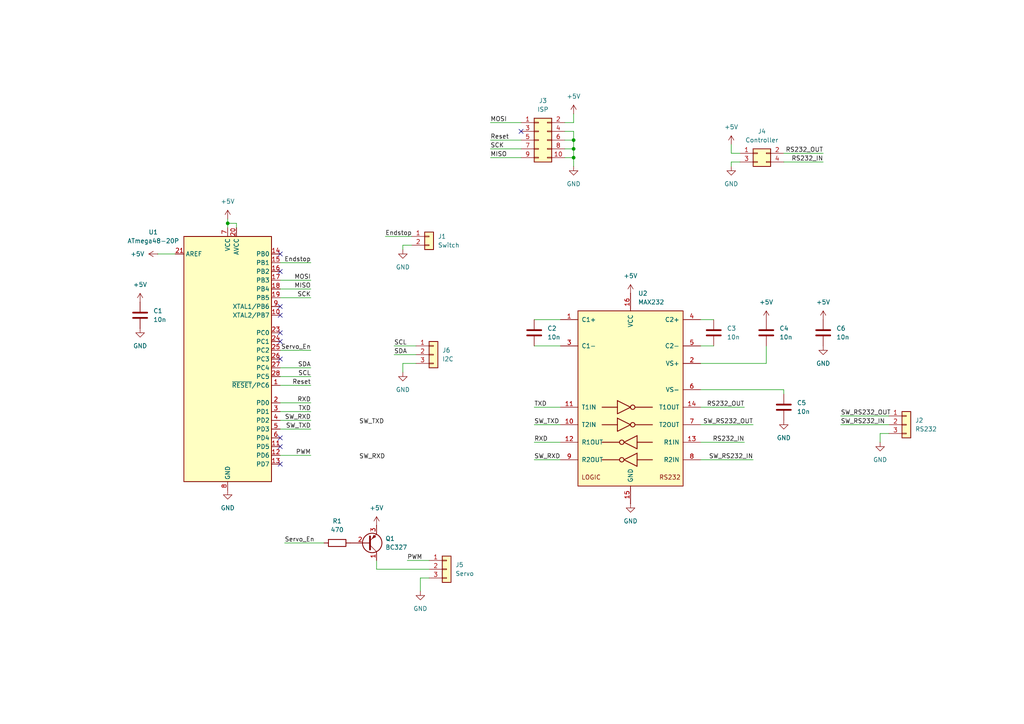
<source format=kicad_sch>
(kicad_sch
	(version 20231120)
	(generator "eeschema")
	(generator_version "8.0")
	(uuid "fb47fbd3-5054-4637-be70-abff72462bb1")
	(paper "A4")
	(lib_symbols
		(symbol "Connector_Generic:Conn_01x02"
			(pin_names
				(offset 1.016) hide)
			(exclude_from_sim no)
			(in_bom yes)
			(on_board yes)
			(property "Reference" "J"
				(at 0 2.54 0)
				(effects
					(font
						(size 1.27 1.27)
					)
				)
			)
			(property "Value" "Conn_01x02"
				(at 0 -5.08 0)
				(effects
					(font
						(size 1.27 1.27)
					)
				)
			)
			(property "Footprint" ""
				(at 0 0 0)
				(effects
					(font
						(size 1.27 1.27)
					)
					(hide yes)
				)
			)
			(property "Datasheet" "~"
				(at 0 0 0)
				(effects
					(font
						(size 1.27 1.27)
					)
					(hide yes)
				)
			)
			(property "Description" "Generic connector, single row, 01x02, script generated (kicad-library-utils/schlib/autogen/connector/)"
				(at 0 0 0)
				(effects
					(font
						(size 1.27 1.27)
					)
					(hide yes)
				)
			)
			(property "ki_keywords" "connector"
				(at 0 0 0)
				(effects
					(font
						(size 1.27 1.27)
					)
					(hide yes)
				)
			)
			(property "ki_fp_filters" "Connector*:*_1x??_*"
				(at 0 0 0)
				(effects
					(font
						(size 1.27 1.27)
					)
					(hide yes)
				)
			)
			(symbol "Conn_01x02_1_1"
				(rectangle
					(start -1.27 -2.413)
					(end 0 -2.667)
					(stroke
						(width 0.1524)
						(type default)
					)
					(fill
						(type none)
					)
				)
				(rectangle
					(start -1.27 0.127)
					(end 0 -0.127)
					(stroke
						(width 0.1524)
						(type default)
					)
					(fill
						(type none)
					)
				)
				(rectangle
					(start -1.27 1.27)
					(end 1.27 -3.81)
					(stroke
						(width 0.254)
						(type default)
					)
					(fill
						(type background)
					)
				)
				(pin passive line
					(at -5.08 0 0)
					(length 3.81)
					(name "Pin_1"
						(effects
							(font
								(size 1.27 1.27)
							)
						)
					)
					(number "1"
						(effects
							(font
								(size 1.27 1.27)
							)
						)
					)
				)
				(pin passive line
					(at -5.08 -2.54 0)
					(length 3.81)
					(name "Pin_2"
						(effects
							(font
								(size 1.27 1.27)
							)
						)
					)
					(number "2"
						(effects
							(font
								(size 1.27 1.27)
							)
						)
					)
				)
			)
		)
		(symbol "Connector_Generic:Conn_01x03"
			(pin_names
				(offset 1.016) hide)
			(exclude_from_sim no)
			(in_bom yes)
			(on_board yes)
			(property "Reference" "J"
				(at 0 5.08 0)
				(effects
					(font
						(size 1.27 1.27)
					)
				)
			)
			(property "Value" "Conn_01x03"
				(at 0 -5.08 0)
				(effects
					(font
						(size 1.27 1.27)
					)
				)
			)
			(property "Footprint" ""
				(at 0 0 0)
				(effects
					(font
						(size 1.27 1.27)
					)
					(hide yes)
				)
			)
			(property "Datasheet" "~"
				(at 0 0 0)
				(effects
					(font
						(size 1.27 1.27)
					)
					(hide yes)
				)
			)
			(property "Description" "Generic connector, single row, 01x03, script generated (kicad-library-utils/schlib/autogen/connector/)"
				(at 0 0 0)
				(effects
					(font
						(size 1.27 1.27)
					)
					(hide yes)
				)
			)
			(property "ki_keywords" "connector"
				(at 0 0 0)
				(effects
					(font
						(size 1.27 1.27)
					)
					(hide yes)
				)
			)
			(property "ki_fp_filters" "Connector*:*_1x??_*"
				(at 0 0 0)
				(effects
					(font
						(size 1.27 1.27)
					)
					(hide yes)
				)
			)
			(symbol "Conn_01x03_1_1"
				(rectangle
					(start -1.27 -2.413)
					(end 0 -2.667)
					(stroke
						(width 0.1524)
						(type default)
					)
					(fill
						(type none)
					)
				)
				(rectangle
					(start -1.27 0.127)
					(end 0 -0.127)
					(stroke
						(width 0.1524)
						(type default)
					)
					(fill
						(type none)
					)
				)
				(rectangle
					(start -1.27 2.667)
					(end 0 2.413)
					(stroke
						(width 0.1524)
						(type default)
					)
					(fill
						(type none)
					)
				)
				(rectangle
					(start -1.27 3.81)
					(end 1.27 -3.81)
					(stroke
						(width 0.254)
						(type default)
					)
					(fill
						(type background)
					)
				)
				(pin passive line
					(at -5.08 2.54 0)
					(length 3.81)
					(name "Pin_1"
						(effects
							(font
								(size 1.27 1.27)
							)
						)
					)
					(number "1"
						(effects
							(font
								(size 1.27 1.27)
							)
						)
					)
				)
				(pin passive line
					(at -5.08 0 0)
					(length 3.81)
					(name "Pin_2"
						(effects
							(font
								(size 1.27 1.27)
							)
						)
					)
					(number "2"
						(effects
							(font
								(size 1.27 1.27)
							)
						)
					)
				)
				(pin passive line
					(at -5.08 -2.54 0)
					(length 3.81)
					(name "Pin_3"
						(effects
							(font
								(size 1.27 1.27)
							)
						)
					)
					(number "3"
						(effects
							(font
								(size 1.27 1.27)
							)
						)
					)
				)
			)
		)
		(symbol "Connector_Generic:Conn_02x02_Odd_Even"
			(pin_names
				(offset 1.016) hide)
			(exclude_from_sim no)
			(in_bom yes)
			(on_board yes)
			(property "Reference" "J"
				(at 1.27 2.54 0)
				(effects
					(font
						(size 1.27 1.27)
					)
				)
			)
			(property "Value" "Conn_02x02_Odd_Even"
				(at 1.27 -5.08 0)
				(effects
					(font
						(size 1.27 1.27)
					)
				)
			)
			(property "Footprint" ""
				(at 0 0 0)
				(effects
					(font
						(size 1.27 1.27)
					)
					(hide yes)
				)
			)
			(property "Datasheet" "~"
				(at 0 0 0)
				(effects
					(font
						(size 1.27 1.27)
					)
					(hide yes)
				)
			)
			(property "Description" "Generic connector, double row, 02x02, odd/even pin numbering scheme (row 1 odd numbers, row 2 even numbers), script generated (kicad-library-utils/schlib/autogen/connector/)"
				(at 0 0 0)
				(effects
					(font
						(size 1.27 1.27)
					)
					(hide yes)
				)
			)
			(property "ki_keywords" "connector"
				(at 0 0 0)
				(effects
					(font
						(size 1.27 1.27)
					)
					(hide yes)
				)
			)
			(property "ki_fp_filters" "Connector*:*_2x??_*"
				(at 0 0 0)
				(effects
					(font
						(size 1.27 1.27)
					)
					(hide yes)
				)
			)
			(symbol "Conn_02x02_Odd_Even_1_1"
				(rectangle
					(start -1.27 -2.413)
					(end 0 -2.667)
					(stroke
						(width 0.1524)
						(type default)
					)
					(fill
						(type none)
					)
				)
				(rectangle
					(start -1.27 0.127)
					(end 0 -0.127)
					(stroke
						(width 0.1524)
						(type default)
					)
					(fill
						(type none)
					)
				)
				(rectangle
					(start -1.27 1.27)
					(end 3.81 -3.81)
					(stroke
						(width 0.254)
						(type default)
					)
					(fill
						(type background)
					)
				)
				(rectangle
					(start 3.81 -2.413)
					(end 2.54 -2.667)
					(stroke
						(width 0.1524)
						(type default)
					)
					(fill
						(type none)
					)
				)
				(rectangle
					(start 3.81 0.127)
					(end 2.54 -0.127)
					(stroke
						(width 0.1524)
						(type default)
					)
					(fill
						(type none)
					)
				)
				(pin passive line
					(at -5.08 0 0)
					(length 3.81)
					(name "Pin_1"
						(effects
							(font
								(size 1.27 1.27)
							)
						)
					)
					(number "1"
						(effects
							(font
								(size 1.27 1.27)
							)
						)
					)
				)
				(pin passive line
					(at 7.62 0 180)
					(length 3.81)
					(name "Pin_2"
						(effects
							(font
								(size 1.27 1.27)
							)
						)
					)
					(number "2"
						(effects
							(font
								(size 1.27 1.27)
							)
						)
					)
				)
				(pin passive line
					(at -5.08 -2.54 0)
					(length 3.81)
					(name "Pin_3"
						(effects
							(font
								(size 1.27 1.27)
							)
						)
					)
					(number "3"
						(effects
							(font
								(size 1.27 1.27)
							)
						)
					)
				)
				(pin passive line
					(at 7.62 -2.54 180)
					(length 3.81)
					(name "Pin_4"
						(effects
							(font
								(size 1.27 1.27)
							)
						)
					)
					(number "4"
						(effects
							(font
								(size 1.27 1.27)
							)
						)
					)
				)
			)
		)
		(symbol "Connector_Generic:Conn_02x05_Odd_Even"
			(pin_names
				(offset 1.016) hide)
			(exclude_from_sim no)
			(in_bom yes)
			(on_board yes)
			(property "Reference" "J"
				(at 1.27 7.62 0)
				(effects
					(font
						(size 1.27 1.27)
					)
				)
			)
			(property "Value" "Conn_02x05_Odd_Even"
				(at 1.27 -7.62 0)
				(effects
					(font
						(size 1.27 1.27)
					)
				)
			)
			(property "Footprint" ""
				(at 0 0 0)
				(effects
					(font
						(size 1.27 1.27)
					)
					(hide yes)
				)
			)
			(property "Datasheet" "~"
				(at 0 0 0)
				(effects
					(font
						(size 1.27 1.27)
					)
					(hide yes)
				)
			)
			(property "Description" "Generic connector, double row, 02x05, odd/even pin numbering scheme (row 1 odd numbers, row 2 even numbers), script generated (kicad-library-utils/schlib/autogen/connector/)"
				(at 0 0 0)
				(effects
					(font
						(size 1.27 1.27)
					)
					(hide yes)
				)
			)
			(property "ki_keywords" "connector"
				(at 0 0 0)
				(effects
					(font
						(size 1.27 1.27)
					)
					(hide yes)
				)
			)
			(property "ki_fp_filters" "Connector*:*_2x??_*"
				(at 0 0 0)
				(effects
					(font
						(size 1.27 1.27)
					)
					(hide yes)
				)
			)
			(symbol "Conn_02x05_Odd_Even_1_1"
				(rectangle
					(start -1.27 -4.953)
					(end 0 -5.207)
					(stroke
						(width 0.1524)
						(type default)
					)
					(fill
						(type none)
					)
				)
				(rectangle
					(start -1.27 -2.413)
					(end 0 -2.667)
					(stroke
						(width 0.1524)
						(type default)
					)
					(fill
						(type none)
					)
				)
				(rectangle
					(start -1.27 0.127)
					(end 0 -0.127)
					(stroke
						(width 0.1524)
						(type default)
					)
					(fill
						(type none)
					)
				)
				(rectangle
					(start -1.27 2.667)
					(end 0 2.413)
					(stroke
						(width 0.1524)
						(type default)
					)
					(fill
						(type none)
					)
				)
				(rectangle
					(start -1.27 5.207)
					(end 0 4.953)
					(stroke
						(width 0.1524)
						(type default)
					)
					(fill
						(type none)
					)
				)
				(rectangle
					(start -1.27 6.35)
					(end 3.81 -6.35)
					(stroke
						(width 0.254)
						(type default)
					)
					(fill
						(type background)
					)
				)
				(rectangle
					(start 3.81 -4.953)
					(end 2.54 -5.207)
					(stroke
						(width 0.1524)
						(type default)
					)
					(fill
						(type none)
					)
				)
				(rectangle
					(start 3.81 -2.413)
					(end 2.54 -2.667)
					(stroke
						(width 0.1524)
						(type default)
					)
					(fill
						(type none)
					)
				)
				(rectangle
					(start 3.81 0.127)
					(end 2.54 -0.127)
					(stroke
						(width 0.1524)
						(type default)
					)
					(fill
						(type none)
					)
				)
				(rectangle
					(start 3.81 2.667)
					(end 2.54 2.413)
					(stroke
						(width 0.1524)
						(type default)
					)
					(fill
						(type none)
					)
				)
				(rectangle
					(start 3.81 5.207)
					(end 2.54 4.953)
					(stroke
						(width 0.1524)
						(type default)
					)
					(fill
						(type none)
					)
				)
				(pin passive line
					(at -5.08 5.08 0)
					(length 3.81)
					(name "Pin_1"
						(effects
							(font
								(size 1.27 1.27)
							)
						)
					)
					(number "1"
						(effects
							(font
								(size 1.27 1.27)
							)
						)
					)
				)
				(pin passive line
					(at 7.62 -5.08 180)
					(length 3.81)
					(name "Pin_10"
						(effects
							(font
								(size 1.27 1.27)
							)
						)
					)
					(number "10"
						(effects
							(font
								(size 1.27 1.27)
							)
						)
					)
				)
				(pin passive line
					(at 7.62 5.08 180)
					(length 3.81)
					(name "Pin_2"
						(effects
							(font
								(size 1.27 1.27)
							)
						)
					)
					(number "2"
						(effects
							(font
								(size 1.27 1.27)
							)
						)
					)
				)
				(pin passive line
					(at -5.08 2.54 0)
					(length 3.81)
					(name "Pin_3"
						(effects
							(font
								(size 1.27 1.27)
							)
						)
					)
					(number "3"
						(effects
							(font
								(size 1.27 1.27)
							)
						)
					)
				)
				(pin passive line
					(at 7.62 2.54 180)
					(length 3.81)
					(name "Pin_4"
						(effects
							(font
								(size 1.27 1.27)
							)
						)
					)
					(number "4"
						(effects
							(font
								(size 1.27 1.27)
							)
						)
					)
				)
				(pin passive line
					(at -5.08 0 0)
					(length 3.81)
					(name "Pin_5"
						(effects
							(font
								(size 1.27 1.27)
							)
						)
					)
					(number "5"
						(effects
							(font
								(size 1.27 1.27)
							)
						)
					)
				)
				(pin passive line
					(at 7.62 0 180)
					(length 3.81)
					(name "Pin_6"
						(effects
							(font
								(size 1.27 1.27)
							)
						)
					)
					(number "6"
						(effects
							(font
								(size 1.27 1.27)
							)
						)
					)
				)
				(pin passive line
					(at -5.08 -2.54 0)
					(length 3.81)
					(name "Pin_7"
						(effects
							(font
								(size 1.27 1.27)
							)
						)
					)
					(number "7"
						(effects
							(font
								(size 1.27 1.27)
							)
						)
					)
				)
				(pin passive line
					(at 7.62 -2.54 180)
					(length 3.81)
					(name "Pin_8"
						(effects
							(font
								(size 1.27 1.27)
							)
						)
					)
					(number "8"
						(effects
							(font
								(size 1.27 1.27)
							)
						)
					)
				)
				(pin passive line
					(at -5.08 -5.08 0)
					(length 3.81)
					(name "Pin_9"
						(effects
							(font
								(size 1.27 1.27)
							)
						)
					)
					(number "9"
						(effects
							(font
								(size 1.27 1.27)
							)
						)
					)
				)
			)
		)
		(symbol "Device:C"
			(pin_numbers hide)
			(pin_names
				(offset 0.254)
			)
			(exclude_from_sim no)
			(in_bom yes)
			(on_board yes)
			(property "Reference" "C"
				(at 0.635 2.54 0)
				(effects
					(font
						(size 1.27 1.27)
					)
					(justify left)
				)
			)
			(property "Value" "C"
				(at 0.635 -2.54 0)
				(effects
					(font
						(size 1.27 1.27)
					)
					(justify left)
				)
			)
			(property "Footprint" ""
				(at 0.9652 -3.81 0)
				(effects
					(font
						(size 1.27 1.27)
					)
					(hide yes)
				)
			)
			(property "Datasheet" "~"
				(at 0 0 0)
				(effects
					(font
						(size 1.27 1.27)
					)
					(hide yes)
				)
			)
			(property "Description" "Unpolarized capacitor"
				(at 0 0 0)
				(effects
					(font
						(size 1.27 1.27)
					)
					(hide yes)
				)
			)
			(property "ki_keywords" "cap capacitor"
				(at 0 0 0)
				(effects
					(font
						(size 1.27 1.27)
					)
					(hide yes)
				)
			)
			(property "ki_fp_filters" "C_*"
				(at 0 0 0)
				(effects
					(font
						(size 1.27 1.27)
					)
					(hide yes)
				)
			)
			(symbol "C_0_1"
				(polyline
					(pts
						(xy -2.032 -0.762) (xy 2.032 -0.762)
					)
					(stroke
						(width 0.508)
						(type default)
					)
					(fill
						(type none)
					)
				)
				(polyline
					(pts
						(xy -2.032 0.762) (xy 2.032 0.762)
					)
					(stroke
						(width 0.508)
						(type default)
					)
					(fill
						(type none)
					)
				)
			)
			(symbol "C_1_1"
				(pin passive line
					(at 0 3.81 270)
					(length 2.794)
					(name "~"
						(effects
							(font
								(size 1.27 1.27)
							)
						)
					)
					(number "1"
						(effects
							(font
								(size 1.27 1.27)
							)
						)
					)
				)
				(pin passive line
					(at 0 -3.81 90)
					(length 2.794)
					(name "~"
						(effects
							(font
								(size 1.27 1.27)
							)
						)
					)
					(number "2"
						(effects
							(font
								(size 1.27 1.27)
							)
						)
					)
				)
			)
		)
		(symbol "Device:R"
			(pin_numbers hide)
			(pin_names
				(offset 0)
			)
			(exclude_from_sim no)
			(in_bom yes)
			(on_board yes)
			(property "Reference" "R"
				(at 2.032 0 90)
				(effects
					(font
						(size 1.27 1.27)
					)
				)
			)
			(property "Value" "R"
				(at 0 0 90)
				(effects
					(font
						(size 1.27 1.27)
					)
				)
			)
			(property "Footprint" ""
				(at -1.778 0 90)
				(effects
					(font
						(size 1.27 1.27)
					)
					(hide yes)
				)
			)
			(property "Datasheet" "~"
				(at 0 0 0)
				(effects
					(font
						(size 1.27 1.27)
					)
					(hide yes)
				)
			)
			(property "Description" "Resistor"
				(at 0 0 0)
				(effects
					(font
						(size 1.27 1.27)
					)
					(hide yes)
				)
			)
			(property "ki_keywords" "R res resistor"
				(at 0 0 0)
				(effects
					(font
						(size 1.27 1.27)
					)
					(hide yes)
				)
			)
			(property "ki_fp_filters" "R_*"
				(at 0 0 0)
				(effects
					(font
						(size 1.27 1.27)
					)
					(hide yes)
				)
			)
			(symbol "R_0_1"
				(rectangle
					(start -1.016 -2.54)
					(end 1.016 2.54)
					(stroke
						(width 0.254)
						(type default)
					)
					(fill
						(type none)
					)
				)
			)
			(symbol "R_1_1"
				(pin passive line
					(at 0 3.81 270)
					(length 1.27)
					(name "~"
						(effects
							(font
								(size 1.27 1.27)
							)
						)
					)
					(number "1"
						(effects
							(font
								(size 1.27 1.27)
							)
						)
					)
				)
				(pin passive line
					(at 0 -3.81 90)
					(length 1.27)
					(name "~"
						(effects
							(font
								(size 1.27 1.27)
							)
						)
					)
					(number "2"
						(effects
							(font
								(size 1.27 1.27)
							)
						)
					)
				)
			)
		)
		(symbol "Interface_UART:MAX232"
			(pin_names
				(offset 1.016)
			)
			(exclude_from_sim no)
			(in_bom yes)
			(on_board yes)
			(property "Reference" "U"
				(at -2.54 28.575 0)
				(effects
					(font
						(size 1.27 1.27)
					)
					(justify right)
				)
			)
			(property "Value" "MAX232"
				(at -2.54 26.67 0)
				(effects
					(font
						(size 1.27 1.27)
					)
					(justify right)
				)
			)
			(property "Footprint" ""
				(at 1.27 -26.67 0)
				(effects
					(font
						(size 1.27 1.27)
					)
					(justify left)
					(hide yes)
				)
			)
			(property "Datasheet" "http://www.ti.com/lit/ds/symlink/max232.pdf"
				(at 0 2.54 0)
				(effects
					(font
						(size 1.27 1.27)
					)
					(hide yes)
				)
			)
			(property "Description" "Dual RS232 driver/receiver, 5V supply, 120kb/s, 0C-70C"
				(at 0 0 0)
				(effects
					(font
						(size 1.27 1.27)
					)
					(hide yes)
				)
			)
			(property "ki_keywords" "rs232 uart transceiver line-driver"
				(at 0 0 0)
				(effects
					(font
						(size 1.27 1.27)
					)
					(hide yes)
				)
			)
			(property "ki_fp_filters" "SOIC*P1.27mm* DIP*W7.62mm* TSSOP*4.4x5mm*P0.65mm*"
				(at 0 0 0)
				(effects
					(font
						(size 1.27 1.27)
					)
					(hide yes)
				)
			)
			(symbol "MAX232_0_0"
				(text "LOGIC"
					(at -11.43 -22.86 0)
					(effects
						(font
							(size 1.27 1.27)
						)
					)
				)
				(text "RS232"
					(at 11.43 -22.86 0)
					(effects
						(font
							(size 1.27 1.27)
						)
					)
				)
			)
			(symbol "MAX232_0_1"
				(rectangle
					(start -15.24 -25.4)
					(end 15.24 25.4)
					(stroke
						(width 0.254)
						(type default)
					)
					(fill
						(type background)
					)
				)
				(circle
					(center -2.54 -17.78)
					(radius 0.635)
					(stroke
						(width 0.254)
						(type default)
					)
					(fill
						(type none)
					)
				)
				(circle
					(center -2.54 -12.7)
					(radius 0.635)
					(stroke
						(width 0.254)
						(type default)
					)
					(fill
						(type none)
					)
				)
				(polyline
					(pts
						(xy -3.81 -7.62) (xy -8.255 -7.62)
					)
					(stroke
						(width 0.254)
						(type default)
					)
					(fill
						(type none)
					)
				)
				(polyline
					(pts
						(xy -3.81 -2.54) (xy -8.255 -2.54)
					)
					(stroke
						(width 0.254)
						(type default)
					)
					(fill
						(type none)
					)
				)
				(polyline
					(pts
						(xy -3.175 -17.78) (xy -8.255 -17.78)
					)
					(stroke
						(width 0.254)
						(type default)
					)
					(fill
						(type none)
					)
				)
				(polyline
					(pts
						(xy -3.175 -12.7) (xy -8.255 -12.7)
					)
					(stroke
						(width 0.254)
						(type default)
					)
					(fill
						(type none)
					)
				)
				(polyline
					(pts
						(xy 1.27 -7.62) (xy 6.35 -7.62)
					)
					(stroke
						(width 0.254)
						(type default)
					)
					(fill
						(type none)
					)
				)
				(polyline
					(pts
						(xy 1.27 -2.54) (xy 6.35 -2.54)
					)
					(stroke
						(width 0.254)
						(type default)
					)
					(fill
						(type none)
					)
				)
				(polyline
					(pts
						(xy 1.905 -17.78) (xy 6.35 -17.78)
					)
					(stroke
						(width 0.254)
						(type default)
					)
					(fill
						(type none)
					)
				)
				(polyline
					(pts
						(xy 1.905 -12.7) (xy 6.35 -12.7)
					)
					(stroke
						(width 0.254)
						(type default)
					)
					(fill
						(type none)
					)
				)
				(polyline
					(pts
						(xy -3.81 -5.715) (xy -3.81 -9.525) (xy 0 -7.62) (xy -3.81 -5.715)
					)
					(stroke
						(width 0.254)
						(type default)
					)
					(fill
						(type none)
					)
				)
				(polyline
					(pts
						(xy -3.81 -0.635) (xy -3.81 -4.445) (xy 0 -2.54) (xy -3.81 -0.635)
					)
					(stroke
						(width 0.254)
						(type default)
					)
					(fill
						(type none)
					)
				)
				(polyline
					(pts
						(xy 1.905 -15.875) (xy 1.905 -19.685) (xy -1.905 -17.78) (xy 1.905 -15.875)
					)
					(stroke
						(width 0.254)
						(type default)
					)
					(fill
						(type none)
					)
				)
				(polyline
					(pts
						(xy 1.905 -10.795) (xy 1.905 -14.605) (xy -1.905 -12.7) (xy 1.905 -10.795)
					)
					(stroke
						(width 0.254)
						(type default)
					)
					(fill
						(type none)
					)
				)
				(circle
					(center 0.635 -7.62)
					(radius 0.635)
					(stroke
						(width 0.254)
						(type default)
					)
					(fill
						(type none)
					)
				)
				(circle
					(center 0.635 -2.54)
					(radius 0.635)
					(stroke
						(width 0.254)
						(type default)
					)
					(fill
						(type none)
					)
				)
			)
			(symbol "MAX232_1_1"
				(pin passive line
					(at -20.32 22.86 0)
					(length 5.08)
					(name "C1+"
						(effects
							(font
								(size 1.27 1.27)
							)
						)
					)
					(number "1"
						(effects
							(font
								(size 1.27 1.27)
							)
						)
					)
				)
				(pin input line
					(at -20.32 -7.62 0)
					(length 5.08)
					(name "T2IN"
						(effects
							(font
								(size 1.27 1.27)
							)
						)
					)
					(number "10"
						(effects
							(font
								(size 1.27 1.27)
							)
						)
					)
				)
				(pin input line
					(at -20.32 -2.54 0)
					(length 5.08)
					(name "T1IN"
						(effects
							(font
								(size 1.27 1.27)
							)
						)
					)
					(number "11"
						(effects
							(font
								(size 1.27 1.27)
							)
						)
					)
				)
				(pin output line
					(at -20.32 -12.7 0)
					(length 5.08)
					(name "R1OUT"
						(effects
							(font
								(size 1.27 1.27)
							)
						)
					)
					(number "12"
						(effects
							(font
								(size 1.27 1.27)
							)
						)
					)
				)
				(pin input line
					(at 20.32 -12.7 180)
					(length 5.08)
					(name "R1IN"
						(effects
							(font
								(size 1.27 1.27)
							)
						)
					)
					(number "13"
						(effects
							(font
								(size 1.27 1.27)
							)
						)
					)
				)
				(pin output line
					(at 20.32 -2.54 180)
					(length 5.08)
					(name "T1OUT"
						(effects
							(font
								(size 1.27 1.27)
							)
						)
					)
					(number "14"
						(effects
							(font
								(size 1.27 1.27)
							)
						)
					)
				)
				(pin power_in line
					(at 0 -30.48 90)
					(length 5.08)
					(name "GND"
						(effects
							(font
								(size 1.27 1.27)
							)
						)
					)
					(number "15"
						(effects
							(font
								(size 1.27 1.27)
							)
						)
					)
				)
				(pin power_in line
					(at 0 30.48 270)
					(length 5.08)
					(name "VCC"
						(effects
							(font
								(size 1.27 1.27)
							)
						)
					)
					(number "16"
						(effects
							(font
								(size 1.27 1.27)
							)
						)
					)
				)
				(pin power_out line
					(at 20.32 10.16 180)
					(length 5.08)
					(name "VS+"
						(effects
							(font
								(size 1.27 1.27)
							)
						)
					)
					(number "2"
						(effects
							(font
								(size 1.27 1.27)
							)
						)
					)
				)
				(pin passive line
					(at -20.32 15.24 0)
					(length 5.08)
					(name "C1-"
						(effects
							(font
								(size 1.27 1.27)
							)
						)
					)
					(number "3"
						(effects
							(font
								(size 1.27 1.27)
							)
						)
					)
				)
				(pin passive line
					(at 20.32 22.86 180)
					(length 5.08)
					(name "C2+"
						(effects
							(font
								(size 1.27 1.27)
							)
						)
					)
					(number "4"
						(effects
							(font
								(size 1.27 1.27)
							)
						)
					)
				)
				(pin passive line
					(at 20.32 15.24 180)
					(length 5.08)
					(name "C2-"
						(effects
							(font
								(size 1.27 1.27)
							)
						)
					)
					(number "5"
						(effects
							(font
								(size 1.27 1.27)
							)
						)
					)
				)
				(pin power_out line
					(at 20.32 2.54 180)
					(length 5.08)
					(name "VS-"
						(effects
							(font
								(size 1.27 1.27)
							)
						)
					)
					(number "6"
						(effects
							(font
								(size 1.27 1.27)
							)
						)
					)
				)
				(pin output line
					(at 20.32 -7.62 180)
					(length 5.08)
					(name "T2OUT"
						(effects
							(font
								(size 1.27 1.27)
							)
						)
					)
					(number "7"
						(effects
							(font
								(size 1.27 1.27)
							)
						)
					)
				)
				(pin input line
					(at 20.32 -17.78 180)
					(length 5.08)
					(name "R2IN"
						(effects
							(font
								(size 1.27 1.27)
							)
						)
					)
					(number "8"
						(effects
							(font
								(size 1.27 1.27)
							)
						)
					)
				)
				(pin output line
					(at -20.32 -17.78 0)
					(length 5.08)
					(name "R2OUT"
						(effects
							(font
								(size 1.27 1.27)
							)
						)
					)
					(number "9"
						(effects
							(font
								(size 1.27 1.27)
							)
						)
					)
				)
			)
		)
		(symbol "MCU_Microchip_ATmega:ATmega48-20P"
			(exclude_from_sim no)
			(in_bom yes)
			(on_board yes)
			(property "Reference" "U"
				(at -12.7 36.83 0)
				(effects
					(font
						(size 1.27 1.27)
					)
					(justify left bottom)
				)
			)
			(property "Value" "ATmega48-20P"
				(at 2.54 -36.83 0)
				(effects
					(font
						(size 1.27 1.27)
					)
					(justify left top)
				)
			)
			(property "Footprint" "Package_DIP:DIP-28_W7.62mm"
				(at 0 0 0)
				(effects
					(font
						(size 1.27 1.27)
						(italic yes)
					)
					(hide yes)
				)
			)
			(property "Datasheet" "http://ww1.microchip.com/downloads/en/DeviceDoc/Atmel-2545-8-bit-AVR-Microcontroller-ATmega48-88-168_Datasheet.pdf"
				(at 0 0 0)
				(effects
					(font
						(size 1.27 1.27)
					)
					(hide yes)
				)
			)
			(property "Description" "20MHz, 4kB Flash, 512B SRAM, 256B EEPROM, DIP-28"
				(at 0 0 0)
				(effects
					(font
						(size 1.27 1.27)
					)
					(hide yes)
				)
			)
			(property "ki_keywords" "AVR 8bit Microcontroller MegaAVR"
				(at 0 0 0)
				(effects
					(font
						(size 1.27 1.27)
					)
					(hide yes)
				)
			)
			(property "ki_fp_filters" "DIP*W7.62mm*"
				(at 0 0 0)
				(effects
					(font
						(size 1.27 1.27)
					)
					(hide yes)
				)
			)
			(symbol "ATmega48-20P_0_1"
				(rectangle
					(start -12.7 -35.56)
					(end 12.7 35.56)
					(stroke
						(width 0.254)
						(type default)
					)
					(fill
						(type background)
					)
				)
			)
			(symbol "ATmega48-20P_1_1"
				(pin bidirectional line
					(at 15.24 -7.62 180)
					(length 2.54)
					(name "~{RESET}/PC6"
						(effects
							(font
								(size 1.27 1.27)
							)
						)
					)
					(number "1"
						(effects
							(font
								(size 1.27 1.27)
							)
						)
					)
				)
				(pin bidirectional line
					(at 15.24 12.7 180)
					(length 2.54)
					(name "XTAL2/PB7"
						(effects
							(font
								(size 1.27 1.27)
							)
						)
					)
					(number "10"
						(effects
							(font
								(size 1.27 1.27)
							)
						)
					)
				)
				(pin bidirectional line
					(at 15.24 -25.4 180)
					(length 2.54)
					(name "PD5"
						(effects
							(font
								(size 1.27 1.27)
							)
						)
					)
					(number "11"
						(effects
							(font
								(size 1.27 1.27)
							)
						)
					)
				)
				(pin bidirectional line
					(at 15.24 -27.94 180)
					(length 2.54)
					(name "PD6"
						(effects
							(font
								(size 1.27 1.27)
							)
						)
					)
					(number "12"
						(effects
							(font
								(size 1.27 1.27)
							)
						)
					)
				)
				(pin bidirectional line
					(at 15.24 -30.48 180)
					(length 2.54)
					(name "PD7"
						(effects
							(font
								(size 1.27 1.27)
							)
						)
					)
					(number "13"
						(effects
							(font
								(size 1.27 1.27)
							)
						)
					)
				)
				(pin bidirectional line
					(at 15.24 30.48 180)
					(length 2.54)
					(name "PB0"
						(effects
							(font
								(size 1.27 1.27)
							)
						)
					)
					(number "14"
						(effects
							(font
								(size 1.27 1.27)
							)
						)
					)
				)
				(pin bidirectional line
					(at 15.24 27.94 180)
					(length 2.54)
					(name "PB1"
						(effects
							(font
								(size 1.27 1.27)
							)
						)
					)
					(number "15"
						(effects
							(font
								(size 1.27 1.27)
							)
						)
					)
				)
				(pin bidirectional line
					(at 15.24 25.4 180)
					(length 2.54)
					(name "PB2"
						(effects
							(font
								(size 1.27 1.27)
							)
						)
					)
					(number "16"
						(effects
							(font
								(size 1.27 1.27)
							)
						)
					)
				)
				(pin bidirectional line
					(at 15.24 22.86 180)
					(length 2.54)
					(name "PB3"
						(effects
							(font
								(size 1.27 1.27)
							)
						)
					)
					(number "17"
						(effects
							(font
								(size 1.27 1.27)
							)
						)
					)
				)
				(pin bidirectional line
					(at 15.24 20.32 180)
					(length 2.54)
					(name "PB4"
						(effects
							(font
								(size 1.27 1.27)
							)
						)
					)
					(number "18"
						(effects
							(font
								(size 1.27 1.27)
							)
						)
					)
				)
				(pin bidirectional line
					(at 15.24 17.78 180)
					(length 2.54)
					(name "PB5"
						(effects
							(font
								(size 1.27 1.27)
							)
						)
					)
					(number "19"
						(effects
							(font
								(size 1.27 1.27)
							)
						)
					)
				)
				(pin bidirectional line
					(at 15.24 -12.7 180)
					(length 2.54)
					(name "PD0"
						(effects
							(font
								(size 1.27 1.27)
							)
						)
					)
					(number "2"
						(effects
							(font
								(size 1.27 1.27)
							)
						)
					)
				)
				(pin power_in line
					(at 2.54 38.1 270)
					(length 2.54)
					(name "AVCC"
						(effects
							(font
								(size 1.27 1.27)
							)
						)
					)
					(number "20"
						(effects
							(font
								(size 1.27 1.27)
							)
						)
					)
				)
				(pin passive line
					(at -15.24 30.48 0)
					(length 2.54)
					(name "AREF"
						(effects
							(font
								(size 1.27 1.27)
							)
						)
					)
					(number "21"
						(effects
							(font
								(size 1.27 1.27)
							)
						)
					)
				)
				(pin passive line
					(at 0 -38.1 90)
					(length 2.54) hide
					(name "GND"
						(effects
							(font
								(size 1.27 1.27)
							)
						)
					)
					(number "22"
						(effects
							(font
								(size 1.27 1.27)
							)
						)
					)
				)
				(pin bidirectional line
					(at 15.24 7.62 180)
					(length 2.54)
					(name "PC0"
						(effects
							(font
								(size 1.27 1.27)
							)
						)
					)
					(number "23"
						(effects
							(font
								(size 1.27 1.27)
							)
						)
					)
				)
				(pin bidirectional line
					(at 15.24 5.08 180)
					(length 2.54)
					(name "PC1"
						(effects
							(font
								(size 1.27 1.27)
							)
						)
					)
					(number "24"
						(effects
							(font
								(size 1.27 1.27)
							)
						)
					)
				)
				(pin bidirectional line
					(at 15.24 2.54 180)
					(length 2.54)
					(name "PC2"
						(effects
							(font
								(size 1.27 1.27)
							)
						)
					)
					(number "25"
						(effects
							(font
								(size 1.27 1.27)
							)
						)
					)
				)
				(pin bidirectional line
					(at 15.24 0 180)
					(length 2.54)
					(name "PC3"
						(effects
							(font
								(size 1.27 1.27)
							)
						)
					)
					(number "26"
						(effects
							(font
								(size 1.27 1.27)
							)
						)
					)
				)
				(pin bidirectional line
					(at 15.24 -2.54 180)
					(length 2.54)
					(name "PC4"
						(effects
							(font
								(size 1.27 1.27)
							)
						)
					)
					(number "27"
						(effects
							(font
								(size 1.27 1.27)
							)
						)
					)
				)
				(pin bidirectional line
					(at 15.24 -5.08 180)
					(length 2.54)
					(name "PC5"
						(effects
							(font
								(size 1.27 1.27)
							)
						)
					)
					(number "28"
						(effects
							(font
								(size 1.27 1.27)
							)
						)
					)
				)
				(pin bidirectional line
					(at 15.24 -15.24 180)
					(length 2.54)
					(name "PD1"
						(effects
							(font
								(size 1.27 1.27)
							)
						)
					)
					(number "3"
						(effects
							(font
								(size 1.27 1.27)
							)
						)
					)
				)
				(pin bidirectional line
					(at 15.24 -17.78 180)
					(length 2.54)
					(name "PD2"
						(effects
							(font
								(size 1.27 1.27)
							)
						)
					)
					(number "4"
						(effects
							(font
								(size 1.27 1.27)
							)
						)
					)
				)
				(pin bidirectional line
					(at 15.24 -20.32 180)
					(length 2.54)
					(name "PD3"
						(effects
							(font
								(size 1.27 1.27)
							)
						)
					)
					(number "5"
						(effects
							(font
								(size 1.27 1.27)
							)
						)
					)
				)
				(pin bidirectional line
					(at 15.24 -22.86 180)
					(length 2.54)
					(name "PD4"
						(effects
							(font
								(size 1.27 1.27)
							)
						)
					)
					(number "6"
						(effects
							(font
								(size 1.27 1.27)
							)
						)
					)
				)
				(pin power_in line
					(at 0 38.1 270)
					(length 2.54)
					(name "VCC"
						(effects
							(font
								(size 1.27 1.27)
							)
						)
					)
					(number "7"
						(effects
							(font
								(size 1.27 1.27)
							)
						)
					)
				)
				(pin power_in line
					(at 0 -38.1 90)
					(length 2.54)
					(name "GND"
						(effects
							(font
								(size 1.27 1.27)
							)
						)
					)
					(number "8"
						(effects
							(font
								(size 1.27 1.27)
							)
						)
					)
				)
				(pin bidirectional line
					(at 15.24 15.24 180)
					(length 2.54)
					(name "XTAL1/PB6"
						(effects
							(font
								(size 1.27 1.27)
							)
						)
					)
					(number "9"
						(effects
							(font
								(size 1.27 1.27)
							)
						)
					)
				)
			)
		)
		(symbol "Transistor_BJT:BC327"
			(pin_names
				(offset 0) hide)
			(exclude_from_sim no)
			(in_bom yes)
			(on_board yes)
			(property "Reference" "Q"
				(at 5.08 1.905 0)
				(effects
					(font
						(size 1.27 1.27)
					)
					(justify left)
				)
			)
			(property "Value" "BC327"
				(at 5.08 0 0)
				(effects
					(font
						(size 1.27 1.27)
					)
					(justify left)
				)
			)
			(property "Footprint" "Package_TO_SOT_THT:TO-92_Inline"
				(at 5.08 -1.905 0)
				(effects
					(font
						(size 1.27 1.27)
						(italic yes)
					)
					(justify left)
					(hide yes)
				)
			)
			(property "Datasheet" "http://www.onsemi.com/pub_link/Collateral/BC327-D.PDF"
				(at 0 0 0)
				(effects
					(font
						(size 1.27 1.27)
					)
					(justify left)
					(hide yes)
				)
			)
			(property "Description" "0.8A Ic, 45V Vce, PNP Transistor, TO-92"
				(at 0 0 0)
				(effects
					(font
						(size 1.27 1.27)
					)
					(hide yes)
				)
			)
			(property "ki_keywords" "PNP Transistor"
				(at 0 0 0)
				(effects
					(font
						(size 1.27 1.27)
					)
					(hide yes)
				)
			)
			(property "ki_fp_filters" "TO?92*"
				(at 0 0 0)
				(effects
					(font
						(size 1.27 1.27)
					)
					(hide yes)
				)
			)
			(symbol "BC327_0_1"
				(polyline
					(pts
						(xy 0.635 0.635) (xy 2.54 2.54)
					)
					(stroke
						(width 0)
						(type default)
					)
					(fill
						(type none)
					)
				)
				(polyline
					(pts
						(xy 0.635 -0.635) (xy 2.54 -2.54) (xy 2.54 -2.54)
					)
					(stroke
						(width 0)
						(type default)
					)
					(fill
						(type none)
					)
				)
				(polyline
					(pts
						(xy 0.635 1.905) (xy 0.635 -1.905) (xy 0.635 -1.905)
					)
					(stroke
						(width 0.508)
						(type default)
					)
					(fill
						(type none)
					)
				)
				(polyline
					(pts
						(xy 2.286 -1.778) (xy 1.778 -2.286) (xy 1.27 -1.27) (xy 2.286 -1.778) (xy 2.286 -1.778)
					)
					(stroke
						(width 0)
						(type default)
					)
					(fill
						(type outline)
					)
				)
				(circle
					(center 1.27 0)
					(radius 2.8194)
					(stroke
						(width 0.254)
						(type default)
					)
					(fill
						(type none)
					)
				)
			)
			(symbol "BC327_1_1"
				(pin passive line
					(at 2.54 5.08 270)
					(length 2.54)
					(name "C"
						(effects
							(font
								(size 1.27 1.27)
							)
						)
					)
					(number "1"
						(effects
							(font
								(size 1.27 1.27)
							)
						)
					)
				)
				(pin input line
					(at -5.08 0 0)
					(length 5.715)
					(name "B"
						(effects
							(font
								(size 1.27 1.27)
							)
						)
					)
					(number "2"
						(effects
							(font
								(size 1.27 1.27)
							)
						)
					)
				)
				(pin passive line
					(at 2.54 -5.08 90)
					(length 2.54)
					(name "E"
						(effects
							(font
								(size 1.27 1.27)
							)
						)
					)
					(number "3"
						(effects
							(font
								(size 1.27 1.27)
							)
						)
					)
				)
			)
		)
		(symbol "power:+5V"
			(power)
			(pin_numbers hide)
			(pin_names
				(offset 0) hide)
			(exclude_from_sim no)
			(in_bom yes)
			(on_board yes)
			(property "Reference" "#PWR"
				(at 0 -3.81 0)
				(effects
					(font
						(size 1.27 1.27)
					)
					(hide yes)
				)
			)
			(property "Value" "+5V"
				(at 0 3.556 0)
				(effects
					(font
						(size 1.27 1.27)
					)
				)
			)
			(property "Footprint" ""
				(at 0 0 0)
				(effects
					(font
						(size 1.27 1.27)
					)
					(hide yes)
				)
			)
			(property "Datasheet" ""
				(at 0 0 0)
				(effects
					(font
						(size 1.27 1.27)
					)
					(hide yes)
				)
			)
			(property "Description" "Power symbol creates a global label with name \"+5V\""
				(at 0 0 0)
				(effects
					(font
						(size 1.27 1.27)
					)
					(hide yes)
				)
			)
			(property "ki_keywords" "global power"
				(at 0 0 0)
				(effects
					(font
						(size 1.27 1.27)
					)
					(hide yes)
				)
			)
			(symbol "+5V_0_1"
				(polyline
					(pts
						(xy -0.762 1.27) (xy 0 2.54)
					)
					(stroke
						(width 0)
						(type default)
					)
					(fill
						(type none)
					)
				)
				(polyline
					(pts
						(xy 0 0) (xy 0 2.54)
					)
					(stroke
						(width 0)
						(type default)
					)
					(fill
						(type none)
					)
				)
				(polyline
					(pts
						(xy 0 2.54) (xy 0.762 1.27)
					)
					(stroke
						(width 0)
						(type default)
					)
					(fill
						(type none)
					)
				)
			)
			(symbol "+5V_1_1"
				(pin power_in line
					(at 0 0 90)
					(length 0)
					(name "~"
						(effects
							(font
								(size 1.27 1.27)
							)
						)
					)
					(number "1"
						(effects
							(font
								(size 1.27 1.27)
							)
						)
					)
				)
			)
		)
		(symbol "power:GND"
			(power)
			(pin_numbers hide)
			(pin_names
				(offset 0) hide)
			(exclude_from_sim no)
			(in_bom yes)
			(on_board yes)
			(property "Reference" "#PWR"
				(at 0 -6.35 0)
				(effects
					(font
						(size 1.27 1.27)
					)
					(hide yes)
				)
			)
			(property "Value" "GND"
				(at 0 -3.81 0)
				(effects
					(font
						(size 1.27 1.27)
					)
				)
			)
			(property "Footprint" ""
				(at 0 0 0)
				(effects
					(font
						(size 1.27 1.27)
					)
					(hide yes)
				)
			)
			(property "Datasheet" ""
				(at 0 0 0)
				(effects
					(font
						(size 1.27 1.27)
					)
					(hide yes)
				)
			)
			(property "Description" "Power symbol creates a global label with name \"GND\" , ground"
				(at 0 0 0)
				(effects
					(font
						(size 1.27 1.27)
					)
					(hide yes)
				)
			)
			(property "ki_keywords" "global power"
				(at 0 0 0)
				(effects
					(font
						(size 1.27 1.27)
					)
					(hide yes)
				)
			)
			(symbol "GND_0_1"
				(polyline
					(pts
						(xy 0 0) (xy 0 -1.27) (xy 1.27 -1.27) (xy 0 -2.54) (xy -1.27 -1.27) (xy 0 -1.27)
					)
					(stroke
						(width 0)
						(type default)
					)
					(fill
						(type none)
					)
				)
			)
			(symbol "GND_1_1"
				(pin power_in line
					(at 0 0 270)
					(length 0)
					(name "~"
						(effects
							(font
								(size 1.27 1.27)
							)
						)
					)
					(number "1"
						(effects
							(font
								(size 1.27 1.27)
							)
						)
					)
				)
			)
		)
	)
	(junction
		(at 66.04 64.77)
		(diameter 0)
		(color 0 0 0 0)
		(uuid "08846cbe-a546-4309-88f0-11924c8a4499")
	)
	(junction
		(at 166.37 40.64)
		(diameter 0)
		(color 0 0 0 0)
		(uuid "8eb07ffc-9279-4d87-a977-2af431995d40")
	)
	(junction
		(at 166.37 45.72)
		(diameter 0)
		(color 0 0 0 0)
		(uuid "aa2fd78c-e68b-4c1e-9e98-d10bc2ef5aaf")
	)
	(junction
		(at 166.37 43.18)
		(diameter 0)
		(color 0 0 0 0)
		(uuid "bffc3807-feec-4a71-aa60-6b2e51a82130")
	)
	(no_connect
		(at 81.28 104.14)
		(uuid "1589ab28-980e-4545-8da5-1ab0a9c09558")
	)
	(no_connect
		(at 151.13 38.1)
		(uuid "1f8ba5a3-e70c-4936-bb2f-9d71b8527b33")
	)
	(no_connect
		(at 81.28 73.66)
		(uuid "235692df-0776-42cd-bb1a-7b1a90b47d4b")
	)
	(no_connect
		(at 81.28 78.74)
		(uuid "259dc715-5990-4f14-ac1f-3ab0309c8415")
	)
	(no_connect
		(at 81.28 91.44)
		(uuid "5eab7632-53a7-48e0-88ca-960751cb7981")
	)
	(no_connect
		(at 81.28 88.9)
		(uuid "6828e92e-4cfd-4e57-af1a-18c6bc6e0381")
	)
	(no_connect
		(at 81.28 129.54)
		(uuid "8e7479de-cb32-486c-b111-df4c9223f828")
	)
	(no_connect
		(at 81.28 134.62)
		(uuid "8ee890e9-d497-4c80-be93-d800bc821bcb")
	)
	(no_connect
		(at 81.28 99.06)
		(uuid "d82e61c9-dda1-46a0-b618-a23395775206")
	)
	(no_connect
		(at 81.28 96.52)
		(uuid "df7d6c03-4e84-4abe-af61-e53cbea96ca6")
	)
	(no_connect
		(at 81.28 127)
		(uuid "df8f8f08-159f-4358-839a-b718db03a2be")
	)
	(wire
		(pts
			(xy 243.84 123.19) (xy 257.81 123.19)
		)
		(stroke
			(width 0)
			(type default)
		)
		(uuid "024aa4d5-f9a6-4e5d-8d7d-dea62b836ee2")
	)
	(wire
		(pts
			(xy 81.28 111.76) (xy 90.17 111.76)
		)
		(stroke
			(width 0)
			(type default)
		)
		(uuid "048965cc-9234-4f29-84e6-7758c88a6f65")
	)
	(wire
		(pts
			(xy 111.76 68.58) (xy 119.38 68.58)
		)
		(stroke
			(width 0)
			(type default)
		)
		(uuid "0b69467a-ffe7-46a0-befb-190df4758456")
	)
	(wire
		(pts
			(xy 109.22 162.56) (xy 109.22 165.1)
		)
		(stroke
			(width 0)
			(type default)
		)
		(uuid "1434b35e-42a8-496b-b102-aeabe1c90302")
	)
	(wire
		(pts
			(xy 163.83 40.64) (xy 166.37 40.64)
		)
		(stroke
			(width 0)
			(type default)
		)
		(uuid "1e57eaf1-3b39-4c40-8c1b-8645f621956e")
	)
	(wire
		(pts
			(xy 81.28 101.6) (xy 90.17 101.6)
		)
		(stroke
			(width 0)
			(type default)
		)
		(uuid "20e0e81e-b5b1-4240-ad56-82e56154fedd")
	)
	(wire
		(pts
			(xy 203.2 92.71) (xy 207.01 92.71)
		)
		(stroke
			(width 0)
			(type default)
		)
		(uuid "24fb214e-52fd-4a5e-9ad3-4fe1ffd417d9")
	)
	(wire
		(pts
			(xy 82.55 157.48) (xy 93.98 157.48)
		)
		(stroke
			(width 0)
			(type default)
		)
		(uuid "251bfaf9-3fb4-4065-873a-774208161fd5")
	)
	(wire
		(pts
			(xy 203.2 100.33) (xy 207.01 100.33)
		)
		(stroke
			(width 0)
			(type default)
		)
		(uuid "25412cfb-7e9a-494f-8527-e9f662039963")
	)
	(wire
		(pts
			(xy 212.09 46.99) (xy 214.63 46.99)
		)
		(stroke
			(width 0)
			(type default)
		)
		(uuid "269adf17-1e24-446e-a9f5-65d445bbb8a9")
	)
	(wire
		(pts
			(xy 154.94 92.71) (xy 162.56 92.71)
		)
		(stroke
			(width 0)
			(type default)
		)
		(uuid "297f4642-e6c7-4b50-8236-cb27cbc99bcf")
	)
	(wire
		(pts
			(xy 227.33 46.99) (xy 238.76 46.99)
		)
		(stroke
			(width 0)
			(type default)
		)
		(uuid "3e3e9e7b-51f1-4539-985e-81aba3d75bdd")
	)
	(wire
		(pts
			(xy 81.28 116.84) (xy 90.17 116.84)
		)
		(stroke
			(width 0)
			(type default)
		)
		(uuid "3f446bef-e236-4ab6-90ee-b4c9b2d5b028")
	)
	(wire
		(pts
			(xy 118.11 162.56) (xy 124.46 162.56)
		)
		(stroke
			(width 0)
			(type default)
		)
		(uuid "41574fa0-20fe-4b04-9b46-13f04302f095")
	)
	(wire
		(pts
			(xy 166.37 40.64) (xy 166.37 43.18)
		)
		(stroke
			(width 0)
			(type default)
		)
		(uuid "43e1c64f-fa32-47f5-bb9d-96af415c0bba")
	)
	(wire
		(pts
			(xy 45.72 73.66) (xy 50.8 73.66)
		)
		(stroke
			(width 0)
			(type default)
		)
		(uuid "460a5ef2-de65-4b7e-955b-6383522350d4")
	)
	(wire
		(pts
			(xy 212.09 48.26) (xy 212.09 46.99)
		)
		(stroke
			(width 0)
			(type default)
		)
		(uuid "460dea01-a4fd-48fd-9a61-bbd566be52f0")
	)
	(wire
		(pts
			(xy 166.37 45.72) (xy 166.37 48.26)
		)
		(stroke
			(width 0)
			(type default)
		)
		(uuid "472f9bc1-c59c-4835-9746-fbe9ba2e72db")
	)
	(wire
		(pts
			(xy 121.92 167.64) (xy 124.46 167.64)
		)
		(stroke
			(width 0)
			(type default)
		)
		(uuid "491fcb61-4f1f-4567-ab18-454896a12ab2")
	)
	(wire
		(pts
			(xy 142.24 35.56) (xy 151.13 35.56)
		)
		(stroke
			(width 0)
			(type default)
		)
		(uuid "4a8bb119-2c85-49c1-bfbe-b79e9b10c680")
	)
	(wire
		(pts
			(xy 116.84 72.39) (xy 116.84 71.12)
		)
		(stroke
			(width 0)
			(type default)
		)
		(uuid "4c70a285-af7d-47c6-b1ce-2a4c7a7ea548")
	)
	(wire
		(pts
			(xy 166.37 38.1) (xy 166.37 40.64)
		)
		(stroke
			(width 0)
			(type default)
		)
		(uuid "4cbf4099-f346-4065-92d7-f2d14a1ad488")
	)
	(wire
		(pts
			(xy 163.83 38.1) (xy 166.37 38.1)
		)
		(stroke
			(width 0)
			(type default)
		)
		(uuid "4d3c1a0c-5de6-4617-80c8-b9eff9b9d771")
	)
	(wire
		(pts
			(xy 81.28 124.46) (xy 90.17 124.46)
		)
		(stroke
			(width 0)
			(type default)
		)
		(uuid "5b0da067-da90-46ad-92ac-4d005050165b")
	)
	(wire
		(pts
			(xy 66.04 64.77) (xy 66.04 66.04)
		)
		(stroke
			(width 0)
			(type default)
		)
		(uuid "61598e99-00eb-4975-b14a-502a8f5323f5")
	)
	(wire
		(pts
			(xy 154.94 100.33) (xy 162.56 100.33)
		)
		(stroke
			(width 0)
			(type default)
		)
		(uuid "61c0f551-e31f-43e8-b91e-faa442534912")
	)
	(wire
		(pts
			(xy 68.58 64.77) (xy 66.04 64.77)
		)
		(stroke
			(width 0)
			(type default)
		)
		(uuid "6897c480-a724-41a7-ba7f-6070c683ce06")
	)
	(wire
		(pts
			(xy 116.84 107.95) (xy 116.84 105.41)
		)
		(stroke
			(width 0)
			(type default)
		)
		(uuid "6ccd111f-1d98-427f-9cba-d7c2014ec633")
	)
	(wire
		(pts
			(xy 142.24 45.72) (xy 151.13 45.72)
		)
		(stroke
			(width 0)
			(type default)
		)
		(uuid "6ff94476-6681-4564-9556-33bce5b5636f")
	)
	(wire
		(pts
			(xy 121.92 171.45) (xy 121.92 167.64)
		)
		(stroke
			(width 0)
			(type default)
		)
		(uuid "715d14f5-237c-471d-a438-9cbbeb92879a")
	)
	(wire
		(pts
			(xy 81.28 132.08) (xy 90.17 132.08)
		)
		(stroke
			(width 0)
			(type default)
		)
		(uuid "7416ada1-b220-4ce2-9377-91f90ca7c2e2")
	)
	(wire
		(pts
			(xy 116.84 105.41) (xy 120.65 105.41)
		)
		(stroke
			(width 0)
			(type default)
		)
		(uuid "77ed3035-15cc-4388-86a5-0fc50973f051")
	)
	(wire
		(pts
			(xy 203.2 118.11) (xy 215.9 118.11)
		)
		(stroke
			(width 0)
			(type default)
		)
		(uuid "77eebc19-a999-4760-80a6-28ac6d0eb5aa")
	)
	(wire
		(pts
			(xy 109.22 165.1) (xy 124.46 165.1)
		)
		(stroke
			(width 0)
			(type default)
		)
		(uuid "78d1f000-1b16-438f-85e2-cf9d012a6fe8")
	)
	(wire
		(pts
			(xy 114.3 102.87) (xy 120.65 102.87)
		)
		(stroke
			(width 0)
			(type default)
		)
		(uuid "7a578b1d-0ceb-4be5-83b5-7a3ea595d4f9")
	)
	(wire
		(pts
			(xy 142.24 43.18) (xy 151.13 43.18)
		)
		(stroke
			(width 0)
			(type default)
		)
		(uuid "7adb0af6-07c8-4888-9b37-e1f9af09da48")
	)
	(wire
		(pts
			(xy 222.25 105.41) (xy 222.25 100.33)
		)
		(stroke
			(width 0)
			(type default)
		)
		(uuid "7f8d34dc-7b4c-4c79-b709-ab285ebe739d")
	)
	(wire
		(pts
			(xy 66.04 63.5) (xy 66.04 64.77)
		)
		(stroke
			(width 0)
			(type default)
		)
		(uuid "85e9a377-31d6-4234-a208-01efbdf004f7")
	)
	(wire
		(pts
			(xy 142.24 40.64) (xy 151.13 40.64)
		)
		(stroke
			(width 0)
			(type default)
		)
		(uuid "8cbe3d8b-0b88-44f9-a49d-7cf1d6ec5f11")
	)
	(wire
		(pts
			(xy 154.94 123.19) (xy 162.56 123.19)
		)
		(stroke
			(width 0)
			(type default)
		)
		(uuid "8dad1065-d980-4164-87ef-10515219b87e")
	)
	(wire
		(pts
			(xy 81.28 83.82) (xy 90.17 83.82)
		)
		(stroke
			(width 0)
			(type default)
		)
		(uuid "9b41232d-285d-4ad0-9c12-011ed9e5d88d")
	)
	(wire
		(pts
			(xy 163.83 45.72) (xy 166.37 45.72)
		)
		(stroke
			(width 0)
			(type default)
		)
		(uuid "9cc4c3f7-1b0c-49fa-902f-5f02435ac396")
	)
	(wire
		(pts
			(xy 166.37 43.18) (xy 166.37 45.72)
		)
		(stroke
			(width 0)
			(type default)
		)
		(uuid "9cfd5de5-f588-44e8-ba39-e11fc6372d6b")
	)
	(wire
		(pts
			(xy 243.84 120.65) (xy 257.81 120.65)
		)
		(stroke
			(width 0)
			(type default)
		)
		(uuid "9d1b1743-f2ee-4b42-8281-8a5602ee2a19")
	)
	(wire
		(pts
			(xy 227.33 113.03) (xy 227.33 114.3)
		)
		(stroke
			(width 0)
			(type default)
		)
		(uuid "a245974d-9272-4ab7-9e25-404591f08fbb")
	)
	(wire
		(pts
			(xy 81.28 121.92) (xy 90.17 121.92)
		)
		(stroke
			(width 0)
			(type default)
		)
		(uuid "a471e549-e6d8-4929-9213-3dfad391b133")
	)
	(wire
		(pts
			(xy 81.28 86.36) (xy 90.17 86.36)
		)
		(stroke
			(width 0)
			(type default)
		)
		(uuid "a81f8716-b7a2-4974-aa8e-742eb204aefd")
	)
	(wire
		(pts
			(xy 81.28 76.2) (xy 90.17 76.2)
		)
		(stroke
			(width 0)
			(type default)
		)
		(uuid "a85601f8-22d5-4821-be8e-e291a2fab169")
	)
	(wire
		(pts
			(xy 203.2 128.27) (xy 215.9 128.27)
		)
		(stroke
			(width 0)
			(type default)
		)
		(uuid "ad97a744-0522-4a9c-83ee-1366b59cc1cc")
	)
	(wire
		(pts
			(xy 203.2 113.03) (xy 227.33 113.03)
		)
		(stroke
			(width 0)
			(type default)
		)
		(uuid "b0aefa1d-0083-4106-9b01-0d16d540dfe7")
	)
	(wire
		(pts
			(xy 114.3 100.33) (xy 120.65 100.33)
		)
		(stroke
			(width 0)
			(type default)
		)
		(uuid "ba73d4c7-334e-46c9-be20-3b8c04ff7675")
	)
	(wire
		(pts
			(xy 81.28 109.22) (xy 90.17 109.22)
		)
		(stroke
			(width 0)
			(type default)
		)
		(uuid "c4545dff-4792-4982-9f4f-54357d5fb01a")
	)
	(wire
		(pts
			(xy 81.28 119.38) (xy 90.17 119.38)
		)
		(stroke
			(width 0)
			(type default)
		)
		(uuid "c895bcca-13d9-4192-b646-9b7e0e40a54f")
	)
	(wire
		(pts
			(xy 154.94 133.35) (xy 162.56 133.35)
		)
		(stroke
			(width 0)
			(type default)
		)
		(uuid "cb0f42a2-6d74-413b-b9c1-bb43d41a5e95")
	)
	(wire
		(pts
			(xy 166.37 35.56) (xy 163.83 35.56)
		)
		(stroke
			(width 0)
			(type default)
		)
		(uuid "d581ec34-c229-4ddf-986a-40f17bfc8242")
	)
	(wire
		(pts
			(xy 203.2 105.41) (xy 222.25 105.41)
		)
		(stroke
			(width 0)
			(type default)
		)
		(uuid "d79921a4-4e16-4eeb-9674-120f8ca05602")
	)
	(wire
		(pts
			(xy 81.28 81.28) (xy 90.17 81.28)
		)
		(stroke
			(width 0)
			(type default)
		)
		(uuid "d991d106-8a72-40cc-848d-e86b3e417b12")
	)
	(wire
		(pts
			(xy 154.94 128.27) (xy 162.56 128.27)
		)
		(stroke
			(width 0)
			(type default)
		)
		(uuid "da53039f-d787-46a8-9969-61edc2cb8d6f")
	)
	(wire
		(pts
			(xy 255.27 125.73) (xy 257.81 125.73)
		)
		(stroke
			(width 0)
			(type default)
		)
		(uuid "daf7ac7b-9d77-4462-a702-0e8b64595d55")
	)
	(wire
		(pts
			(xy 154.94 118.11) (xy 162.56 118.11)
		)
		(stroke
			(width 0)
			(type default)
		)
		(uuid "dbfbc4ee-1ac8-4cb7-bc8f-462208102a23")
	)
	(wire
		(pts
			(xy 68.58 66.04) (xy 68.58 64.77)
		)
		(stroke
			(width 0)
			(type default)
		)
		(uuid "df5505df-f05c-4e03-8420-84fe70e707e8")
	)
	(wire
		(pts
			(xy 255.27 128.27) (xy 255.27 125.73)
		)
		(stroke
			(width 0)
			(type default)
		)
		(uuid "e1d67347-f59d-4a9e-bd04-90c9f1868dfa")
	)
	(wire
		(pts
			(xy 203.2 133.35) (xy 218.44 133.35)
		)
		(stroke
			(width 0)
			(type default)
		)
		(uuid "e78ba8cd-2341-4fcf-bf85-72e578be20cc")
	)
	(wire
		(pts
			(xy 203.2 123.19) (xy 218.44 123.19)
		)
		(stroke
			(width 0)
			(type default)
		)
		(uuid "e93983cd-f10d-4082-aa97-88a5efb9817f")
	)
	(wire
		(pts
			(xy 116.84 71.12) (xy 119.38 71.12)
		)
		(stroke
			(width 0)
			(type default)
		)
		(uuid "eb6f0a90-4a8c-4318-8c9c-a9ffe9a239ef")
	)
	(wire
		(pts
			(xy 81.28 106.68) (xy 90.17 106.68)
		)
		(stroke
			(width 0)
			(type default)
		)
		(uuid "efebb211-26f5-4621-8e62-36e32a71bae8")
	)
	(wire
		(pts
			(xy 166.37 33.02) (xy 166.37 35.56)
		)
		(stroke
			(width 0)
			(type default)
		)
		(uuid "f0263d51-8d17-49b6-abc0-1ab8a0427a67")
	)
	(wire
		(pts
			(xy 163.83 43.18) (xy 166.37 43.18)
		)
		(stroke
			(width 0)
			(type default)
		)
		(uuid "f0e2e2d8-f0bb-472e-8a3e-5402fa5e4997")
	)
	(wire
		(pts
			(xy 227.33 44.45) (xy 238.76 44.45)
		)
		(stroke
			(width 0)
			(type default)
		)
		(uuid "f65a3783-7a2d-4f12-94d6-89e4bdf8be32")
	)
	(wire
		(pts
			(xy 212.09 44.45) (xy 212.09 41.91)
		)
		(stroke
			(width 0)
			(type default)
		)
		(uuid "f7108596-a2cb-4d5a-95b9-cb8bc191662b")
	)
	(wire
		(pts
			(xy 212.09 44.45) (xy 214.63 44.45)
		)
		(stroke
			(width 0)
			(type default)
		)
		(uuid "fbd62858-3d64-4266-9ef0-5ee0259f2cf9")
	)
	(label "RXD"
		(at 90.17 116.84 180)
		(fields_autoplaced yes)
		(effects
			(font
				(size 1.27 1.27)
			)
			(justify right bottom)
		)
		(uuid "0ab1b360-acde-4bdb-b725-29646a86201d")
	)
	(label "PWM"
		(at 90.17 132.08 180)
		(fields_autoplaced yes)
		(effects
			(font
				(size 1.27 1.27)
			)
			(justify right bottom)
		)
		(uuid "1a7a643d-8100-4fd4-b13b-4c0132854c78")
	)
	(label "SW_RS232_IN"
		(at 243.84 123.19 0)
		(fields_autoplaced yes)
		(effects
			(font
				(size 1.27 1.27)
			)
			(justify left bottom)
		)
		(uuid "2816295d-7e5c-4644-a8ee-5ff15d8ef624")
	)
	(label "RS232_OUT"
		(at 238.76 44.45 180)
		(fields_autoplaced yes)
		(effects
			(font
				(size 1.27 1.27)
			)
			(justify right bottom)
		)
		(uuid "2a31d67c-88ee-4b10-9613-ed0879a5822f")
	)
	(label "SCL"
		(at 114.3 100.33 0)
		(fields_autoplaced yes)
		(effects
			(font
				(size 1.27 1.27)
			)
			(justify left bottom)
		)
		(uuid "2ba41647-cf91-4375-ae2d-f0c2abc13818")
	)
	(label "SW_RS232_IN"
		(at 218.44 133.35 180)
		(fields_autoplaced yes)
		(effects
			(font
				(size 1.27 1.27)
			)
			(justify right bottom)
		)
		(uuid "3674e2b3-655a-494b-b46a-f9033331f498")
	)
	(label "SW_TXD"
		(at 104.14 123.19 0)
		(fields_autoplaced yes)
		(effects
			(font
				(size 1.27 1.27)
			)
			(justify left bottom)
		)
		(uuid "44718157-4b1b-4ca2-bb27-675038f939c5")
	)
	(label "RS232_IN"
		(at 215.9 128.27 180)
		(fields_autoplaced yes)
		(effects
			(font
				(size 1.27 1.27)
			)
			(justify right bottom)
		)
		(uuid "456be459-2818-4420-806e-00313fcf7ac8")
	)
	(label "MISO"
		(at 90.17 83.82 180)
		(fields_autoplaced yes)
		(effects
			(font
				(size 1.27 1.27)
			)
			(justify right bottom)
		)
		(uuid "4627e34c-1f21-406e-ac2c-a65df631728f")
	)
	(label "Endstop"
		(at 111.76 68.58 0)
		(fields_autoplaced yes)
		(effects
			(font
				(size 1.27 1.27)
			)
			(justify left bottom)
		)
		(uuid "4976a69b-6b08-42a8-8c85-d2584d2b007c")
	)
	(label "SW_RXD"
		(at 154.94 133.35 0)
		(fields_autoplaced yes)
		(effects
			(font
				(size 1.27 1.27)
			)
			(justify left bottom)
		)
		(uuid "603f647e-485e-41d5-ac73-6e741f154bd8")
	)
	(label "TXD"
		(at 154.94 118.11 0)
		(fields_autoplaced yes)
		(effects
			(font
				(size 1.27 1.27)
			)
			(justify left bottom)
		)
		(uuid "618728a0-9f2d-48a2-a53e-92c95d894121")
	)
	(label "MOSI"
		(at 142.24 35.56 0)
		(fields_autoplaced yes)
		(effects
			(font
				(size 1.27 1.27)
			)
			(justify left bottom)
		)
		(uuid "67745845-ed88-4e92-b7d7-c0ed8ca676ea")
	)
	(label "Reset"
		(at 142.24 40.64 0)
		(fields_autoplaced yes)
		(effects
			(font
				(size 1.27 1.27)
			)
			(justify left bottom)
		)
		(uuid "67938894-b535-4e1a-ba8f-e1c176fcf5f7")
	)
	(label "RXD"
		(at 154.94 128.27 0)
		(fields_autoplaced yes)
		(effects
			(font
				(size 1.27 1.27)
			)
			(justify left bottom)
		)
		(uuid "6af41476-b054-465f-a6e3-c2cefbe848b0")
	)
	(label "TXD"
		(at 90.17 119.38 180)
		(fields_autoplaced yes)
		(effects
			(font
				(size 1.27 1.27)
			)
			(justify right bottom)
		)
		(uuid "6e2d00e8-50bb-43ac-8b15-db1989b5ae80")
	)
	(label "SW_TXD"
		(at 154.94 123.19 0)
		(fields_autoplaced yes)
		(effects
			(font
				(size 1.27 1.27)
			)
			(justify left bottom)
		)
		(uuid "73b84616-e014-4778-bf96-a9bae7c40fc5")
	)
	(label "MOSI"
		(at 90.17 81.28 180)
		(fields_autoplaced yes)
		(effects
			(font
				(size 1.27 1.27)
			)
			(justify right bottom)
		)
		(uuid "7da42ed6-714c-4ca3-a0e9-b9c6923330ae")
	)
	(label "SW_RS232_OUT"
		(at 243.84 120.65 0)
		(fields_autoplaced yes)
		(effects
			(font
				(size 1.27 1.27)
			)
			(justify left bottom)
		)
		(uuid "80237f8d-aed6-44e5-9fe0-2e0ad0bb2ece")
	)
	(label "SCL"
		(at 90.17 109.22 180)
		(fields_autoplaced yes)
		(effects
			(font
				(size 1.27 1.27)
			)
			(justify right bottom)
		)
		(uuid "84f0ae6a-1b01-4af5-9df3-02b3f2b4ec5e")
	)
	(label "SW_RXD"
		(at 90.17 121.92 180)
		(fields_autoplaced yes)
		(effects
			(font
				(size 1.27 1.27)
			)
			(justify right bottom)
		)
		(uuid "95fa7012-0f81-4831-8e9c-7618d474b8f9")
	)
	(label "Reset"
		(at 90.17 111.76 180)
		(fields_autoplaced yes)
		(effects
			(font
				(size 1.27 1.27)
			)
			(justify right bottom)
		)
		(uuid "9733ece2-676d-4620-b372-4fa09c78e322")
	)
	(label "RS232_OUT"
		(at 215.9 118.11 180)
		(fields_autoplaced yes)
		(effects
			(font
				(size 1.27 1.27)
			)
			(justify right bottom)
		)
		(uuid "990824bf-ec7d-4d88-9c6c-e6c8f72f0740")
	)
	(label "RS232_IN"
		(at 238.76 46.99 180)
		(fields_autoplaced yes)
		(effects
			(font
				(size 1.27 1.27)
			)
			(justify right bottom)
		)
		(uuid "9cb6d805-2e8f-4902-947b-453268bc0746")
	)
	(label "MISO"
		(at 142.24 45.72 0)
		(fields_autoplaced yes)
		(effects
			(font
				(size 1.27 1.27)
			)
			(justify left bottom)
		)
		(uuid "9f8d3647-d528-4cc7-95f5-992f07b01e2e")
	)
	(label "SW_RXD"
		(at 104.14 133.35 0)
		(fields_autoplaced yes)
		(effects
			(font
				(size 1.27 1.27)
			)
			(justify left bottom)
		)
		(uuid "a3558f62-2f51-4dd9-802e-6dc43f6d5573")
	)
	(label "SW_TXD"
		(at 90.17 124.46 180)
		(fields_autoplaced yes)
		(effects
			(font
				(size 1.27 1.27)
			)
			(justify right bottom)
		)
		(uuid "b217954b-63d3-4622-8b4a-87e172a66931")
	)
	(label "SDA"
		(at 114.3 102.87 0)
		(fields_autoplaced yes)
		(effects
			(font
				(size 1.27 1.27)
			)
			(justify left bottom)
		)
		(uuid "bc691100-e620-49af-a91d-6732b72313bc")
	)
	(label "Endstop"
		(at 90.17 76.2 180)
		(fields_autoplaced yes)
		(effects
			(font
				(size 1.27 1.27)
			)
			(justify right bottom)
		)
		(uuid "c34052c1-3fbc-4592-bd56-77e00f3632e6")
	)
	(label "SW_RS232_OUT"
		(at 218.44 123.19 180)
		(fields_autoplaced yes)
		(effects
			(font
				(size 1.27 1.27)
			)
			(justify right bottom)
		)
		(uuid "cc48384c-71f6-4375-99f8-6927fcb913fd")
	)
	(label "SDA"
		(at 90.17 106.68 180)
		(fields_autoplaced yes)
		(effects
			(font
				(size 1.27 1.27)
			)
			(justify right bottom)
		)
		(uuid "d465b13e-d277-468d-b71d-c0eaea6729d8")
	)
	(label "Servo_En"
		(at 90.17 101.6 180)
		(fields_autoplaced yes)
		(effects
			(font
				(size 1.27 1.27)
			)
			(justify right bottom)
		)
		(uuid "e5080c79-3cad-4461-89b8-b9386470f00c")
	)
	(label "SCK"
		(at 142.24 43.18 0)
		(fields_autoplaced yes)
		(effects
			(font
				(size 1.27 1.27)
			)
			(justify left bottom)
		)
		(uuid "e97af16d-5613-4f47-ac3c-94dbb65e4a27")
	)
	(label "SCK"
		(at 90.17 86.36 180)
		(fields_autoplaced yes)
		(effects
			(font
				(size 1.27 1.27)
			)
			(justify right bottom)
		)
		(uuid "eb6bda48-a9e2-4cfd-ad52-850d0dde6f48")
	)
	(label "PWM"
		(at 118.11 162.56 0)
		(fields_autoplaced yes)
		(effects
			(font
				(size 1.27 1.27)
			)
			(justify left bottom)
		)
		(uuid "ebc64f1b-03ed-4a91-b859-b407a6248b2f")
	)
	(label "Servo_En"
		(at 82.55 157.48 0)
		(fields_autoplaced yes)
		(effects
			(font
				(size 1.27 1.27)
			)
			(justify left bottom)
		)
		(uuid "f485a21a-9b49-4faa-b52d-d4ed7c2527fe")
	)
	(symbol
		(lib_id "Connector_Generic:Conn_01x03")
		(at 262.89 123.19 0)
		(unit 1)
		(exclude_from_sim no)
		(in_bom yes)
		(on_board yes)
		(dnp no)
		(fields_autoplaced yes)
		(uuid "12e229c7-5418-4ac2-9ba9-7b1b58a59507")
		(property "Reference" "J2"
			(at 265.43 121.9199 0)
			(effects
				(font
					(size 1.27 1.27)
				)
				(justify left)
			)
		)
		(property "Value" "RS232"
			(at 265.43 124.4599 0)
			(effects
				(font
					(size 1.27 1.27)
				)
				(justify left)
			)
		)
		(property "Footprint" ""
			(at 262.89 123.19 0)
			(effects
				(font
					(size 1.27 1.27)
				)
				(hide yes)
			)
		)
		(property "Datasheet" "~"
			(at 262.89 123.19 0)
			(effects
				(font
					(size 1.27 1.27)
				)
				(hide yes)
			)
		)
		(property "Description" "Generic connector, single row, 01x03, script generated (kicad-library-utils/schlib/autogen/connector/)"
			(at 262.89 123.19 0)
			(effects
				(font
					(size 1.27 1.27)
				)
				(hide yes)
			)
		)
		(pin "2"
			(uuid "e12a58c6-0b6e-4825-a8e7-4f847882b9b0")
		)
		(pin "3"
			(uuid "a2ee26eb-38af-414a-bb33-0860292645a2")
		)
		(pin "1"
			(uuid "c799c944-a7ca-4477-aa22-112ca8f1acd1")
		)
		(instances
			(project "ProjectorController"
				(path "/fb47fbd3-5054-4637-be70-abff72462bb1"
					(reference "J2")
					(unit 1)
				)
			)
		)
	)
	(symbol
		(lib_id "power:GND")
		(at 40.64 95.25 0)
		(unit 1)
		(exclude_from_sim no)
		(in_bom yes)
		(on_board yes)
		(dnp no)
		(fields_autoplaced yes)
		(uuid "1bfdbc12-7196-48df-81b8-2a8575fb8f70")
		(property "Reference" "#PWR02"
			(at 40.64 101.6 0)
			(effects
				(font
					(size 1.27 1.27)
				)
				(hide yes)
			)
		)
		(property "Value" "GND"
			(at 40.64 100.33 0)
			(effects
				(font
					(size 1.27 1.27)
				)
			)
		)
		(property "Footprint" ""
			(at 40.64 95.25 0)
			(effects
				(font
					(size 1.27 1.27)
				)
				(hide yes)
			)
		)
		(property "Datasheet" ""
			(at 40.64 95.25 0)
			(effects
				(font
					(size 1.27 1.27)
				)
				(hide yes)
			)
		)
		(property "Description" "Power symbol creates a global label with name \"GND\" , ground"
			(at 40.64 95.25 0)
			(effects
				(font
					(size 1.27 1.27)
				)
				(hide yes)
			)
		)
		(pin "1"
			(uuid "e2585b35-3b8a-413a-8b6d-46558034e26b")
		)
		(instances
			(project "ProjectorController"
				(path "/fb47fbd3-5054-4637-be70-abff72462bb1"
					(reference "#PWR02")
					(unit 1)
				)
			)
		)
	)
	(symbol
		(lib_id "power:GND")
		(at 116.84 72.39 0)
		(unit 1)
		(exclude_from_sim no)
		(in_bom yes)
		(on_board yes)
		(dnp no)
		(fields_autoplaced yes)
		(uuid "1ce6d88c-2f50-4612-acfc-df125fc7471a")
		(property "Reference" "#PWR06"
			(at 116.84 78.74 0)
			(effects
				(font
					(size 1.27 1.27)
				)
				(hide yes)
			)
		)
		(property "Value" "GND"
			(at 116.84 77.47 0)
			(effects
				(font
					(size 1.27 1.27)
				)
			)
		)
		(property "Footprint" ""
			(at 116.84 72.39 0)
			(effects
				(font
					(size 1.27 1.27)
				)
				(hide yes)
			)
		)
		(property "Datasheet" ""
			(at 116.84 72.39 0)
			(effects
				(font
					(size 1.27 1.27)
				)
				(hide yes)
			)
		)
		(property "Description" "Power symbol creates a global label with name \"GND\" , ground"
			(at 116.84 72.39 0)
			(effects
				(font
					(size 1.27 1.27)
				)
				(hide yes)
			)
		)
		(pin "1"
			(uuid "e9ef46ba-1dd4-4343-92d3-cd9e6d1e1a49")
		)
		(instances
			(project "ProjectorController"
				(path "/fb47fbd3-5054-4637-be70-abff72462bb1"
					(reference "#PWR06")
					(unit 1)
				)
			)
		)
	)
	(symbol
		(lib_id "Device:C")
		(at 222.25 96.52 180)
		(unit 1)
		(exclude_from_sim no)
		(in_bom yes)
		(on_board yes)
		(dnp no)
		(fields_autoplaced yes)
		(uuid "27e17ae9-86c9-47c3-8b50-0d1cf78cbe95")
		(property "Reference" "C4"
			(at 226.06 95.2499 0)
			(effects
				(font
					(size 1.27 1.27)
				)
				(justify right)
			)
		)
		(property "Value" "10n"
			(at 226.06 97.7899 0)
			(effects
				(font
					(size 1.27 1.27)
				)
				(justify right)
			)
		)
		(property "Footprint" "Capacitor_THT:C_Disc_D3.4mm_W2.1mm_P2.50mm"
			(at 221.2848 92.71 0)
			(effects
				(font
					(size 1.27 1.27)
				)
				(hide yes)
			)
		)
		(property "Datasheet" "~"
			(at 222.25 96.52 0)
			(effects
				(font
					(size 1.27 1.27)
				)
				(hide yes)
			)
		)
		(property "Description" "Unpolarized capacitor"
			(at 222.25 96.52 0)
			(effects
				(font
					(size 1.27 1.27)
				)
				(hide yes)
			)
		)
		(pin "2"
			(uuid "b21af24a-6e05-48d1-b353-53ed44c8c902")
		)
		(pin "1"
			(uuid "3a8a2987-ab01-4263-b1e0-b06090bac755")
		)
		(instances
			(project "ProjectorController"
				(path "/fb47fbd3-5054-4637-be70-abff72462bb1"
					(reference "C4")
					(unit 1)
				)
			)
		)
	)
	(symbol
		(lib_id "power:+5V")
		(at 66.04 63.5 0)
		(unit 1)
		(exclude_from_sim no)
		(in_bom yes)
		(on_board yes)
		(dnp no)
		(fields_autoplaced yes)
		(uuid "2cda2052-f440-41f3-b691-013e8270ca84")
		(property "Reference" "#PWR04"
			(at 66.04 67.31 0)
			(effects
				(font
					(size 1.27 1.27)
				)
				(hide yes)
			)
		)
		(property "Value" "+5V"
			(at 66.04 58.42 0)
			(effects
				(font
					(size 1.27 1.27)
				)
			)
		)
		(property "Footprint" ""
			(at 66.04 63.5 0)
			(effects
				(font
					(size 1.27 1.27)
				)
				(hide yes)
			)
		)
		(property "Datasheet" ""
			(at 66.04 63.5 0)
			(effects
				(font
					(size 1.27 1.27)
				)
				(hide yes)
			)
		)
		(property "Description" "Power symbol creates a global label with name \"+5V\""
			(at 66.04 63.5 0)
			(effects
				(font
					(size 1.27 1.27)
				)
				(hide yes)
			)
		)
		(pin "1"
			(uuid "b60c06eb-ba47-450e-b101-41cf9e46b76d")
		)
		(instances
			(project "ProjectorController"
				(path "/fb47fbd3-5054-4637-be70-abff72462bb1"
					(reference "#PWR04")
					(unit 1)
				)
			)
		)
	)
	(symbol
		(lib_id "power:GND")
		(at 121.92 171.45 0)
		(unit 1)
		(exclude_from_sim no)
		(in_bom yes)
		(on_board yes)
		(dnp no)
		(fields_autoplaced yes)
		(uuid "31c2ec2b-1793-483c-9570-f17dec095e6e")
		(property "Reference" "#PWR013"
			(at 121.92 177.8 0)
			(effects
				(font
					(size 1.27 1.27)
				)
				(hide yes)
			)
		)
		(property "Value" "GND"
			(at 121.92 176.53 0)
			(effects
				(font
					(size 1.27 1.27)
				)
			)
		)
		(property "Footprint" ""
			(at 121.92 171.45 0)
			(effects
				(font
					(size 1.27 1.27)
				)
				(hide yes)
			)
		)
		(property "Datasheet" ""
			(at 121.92 171.45 0)
			(effects
				(font
					(size 1.27 1.27)
				)
				(hide yes)
			)
		)
		(property "Description" "Power symbol creates a global label with name \"GND\" , ground"
			(at 121.92 171.45 0)
			(effects
				(font
					(size 1.27 1.27)
				)
				(hide yes)
			)
		)
		(pin "1"
			(uuid "5dab5a24-0c4f-4c12-9a46-c1f229ea0150")
		)
		(instances
			(project "ProjectorController"
				(path "/fb47fbd3-5054-4637-be70-abff72462bb1"
					(reference "#PWR013")
					(unit 1)
				)
			)
		)
	)
	(symbol
		(lib_id "Connector_Generic:Conn_02x02_Odd_Even")
		(at 219.71 44.45 0)
		(unit 1)
		(exclude_from_sim no)
		(in_bom yes)
		(on_board yes)
		(dnp no)
		(fields_autoplaced yes)
		(uuid "35c56ffd-7008-4b23-8e95-ef982965b8c9")
		(property "Reference" "J4"
			(at 220.98 38.1 0)
			(effects
				(font
					(size 1.27 1.27)
				)
			)
		)
		(property "Value" "Controller"
			(at 220.98 40.64 0)
			(effects
				(font
					(size 1.27 1.27)
				)
			)
		)
		(property "Footprint" ""
			(at 219.71 44.45 0)
			(effects
				(font
					(size 1.27 1.27)
				)
				(hide yes)
			)
		)
		(property "Datasheet" "~"
			(at 219.71 44.45 0)
			(effects
				(font
					(size 1.27 1.27)
				)
				(hide yes)
			)
		)
		(property "Description" "Generic connector, double row, 02x02, odd/even pin numbering scheme (row 1 odd numbers, row 2 even numbers), script generated (kicad-library-utils/schlib/autogen/connector/)"
			(at 219.71 44.45 0)
			(effects
				(font
					(size 1.27 1.27)
				)
				(hide yes)
			)
		)
		(pin "4"
			(uuid "15baaa4a-9940-4c2c-9db7-42b29ffecc85")
		)
		(pin "1"
			(uuid "6483bee1-efb6-43c1-a068-7437f04d0610")
		)
		(pin "2"
			(uuid "f06f6187-06c3-4e4c-89a3-afe5177723c1")
		)
		(pin "3"
			(uuid "f4fc211f-d9d5-4c50-9f8a-40fa76d70607")
		)
		(instances
			(project "ProjectorController"
				(path "/fb47fbd3-5054-4637-be70-abff72462bb1"
					(reference "J4")
					(unit 1)
				)
			)
		)
	)
	(symbol
		(lib_id "power:GND")
		(at 212.09 48.26 0)
		(unit 1)
		(exclude_from_sim no)
		(in_bom yes)
		(on_board yes)
		(dnp no)
		(fields_autoplaced yes)
		(uuid "3770e8c9-bedd-41d2-882b-2e0914d46321")
		(property "Reference" "#PWR020"
			(at 212.09 54.61 0)
			(effects
				(font
					(size 1.27 1.27)
				)
				(hide yes)
			)
		)
		(property "Value" "GND"
			(at 212.09 53.34 0)
			(effects
				(font
					(size 1.27 1.27)
				)
			)
		)
		(property "Footprint" ""
			(at 212.09 48.26 0)
			(effects
				(font
					(size 1.27 1.27)
				)
				(hide yes)
			)
		)
		(property "Datasheet" ""
			(at 212.09 48.26 0)
			(effects
				(font
					(size 1.27 1.27)
				)
				(hide yes)
			)
		)
		(property "Description" "Power symbol creates a global label with name \"GND\" , ground"
			(at 212.09 48.26 0)
			(effects
				(font
					(size 1.27 1.27)
				)
				(hide yes)
			)
		)
		(pin "1"
			(uuid "e77b3648-56ed-484a-8403-a4741a085489")
		)
		(instances
			(project "ProjectorController"
				(path "/fb47fbd3-5054-4637-be70-abff72462bb1"
					(reference "#PWR020")
					(unit 1)
				)
			)
		)
	)
	(symbol
		(lib_id "power:+5V")
		(at 40.64 87.63 0)
		(unit 1)
		(exclude_from_sim no)
		(in_bom yes)
		(on_board yes)
		(dnp no)
		(fields_autoplaced yes)
		(uuid "38371b14-f515-4a72-9268-1aa87322a059")
		(property "Reference" "#PWR01"
			(at 40.64 91.44 0)
			(effects
				(font
					(size 1.27 1.27)
				)
				(hide yes)
			)
		)
		(property "Value" "+5V"
			(at 40.64 82.55 0)
			(effects
				(font
					(size 1.27 1.27)
				)
			)
		)
		(property "Footprint" ""
			(at 40.64 87.63 0)
			(effects
				(font
					(size 1.27 1.27)
				)
				(hide yes)
			)
		)
		(property "Datasheet" ""
			(at 40.64 87.63 0)
			(effects
				(font
					(size 1.27 1.27)
				)
				(hide yes)
			)
		)
		(property "Description" "Power symbol creates a global label with name \"+5V\""
			(at 40.64 87.63 0)
			(effects
				(font
					(size 1.27 1.27)
				)
				(hide yes)
			)
		)
		(pin "1"
			(uuid "6318141e-8cba-4415-aa48-7d870830aa68")
		)
		(instances
			(project "ProjectorController"
				(path "/fb47fbd3-5054-4637-be70-abff72462bb1"
					(reference "#PWR01")
					(unit 1)
				)
			)
		)
	)
	(symbol
		(lib_id "power:GND")
		(at 255.27 128.27 0)
		(unit 1)
		(exclude_from_sim no)
		(in_bom yes)
		(on_board yes)
		(dnp no)
		(fields_autoplaced yes)
		(uuid "5d0ba37d-de4a-460b-8812-cb350623c805")
		(property "Reference" "#PWR019"
			(at 255.27 134.62 0)
			(effects
				(font
					(size 1.27 1.27)
				)
				(hide yes)
			)
		)
		(property "Value" "GND"
			(at 255.27 133.35 0)
			(effects
				(font
					(size 1.27 1.27)
				)
			)
		)
		(property "Footprint" ""
			(at 255.27 128.27 0)
			(effects
				(font
					(size 1.27 1.27)
				)
				(hide yes)
			)
		)
		(property "Datasheet" ""
			(at 255.27 128.27 0)
			(effects
				(font
					(size 1.27 1.27)
				)
				(hide yes)
			)
		)
		(property "Description" "Power symbol creates a global label with name \"GND\" , ground"
			(at 255.27 128.27 0)
			(effects
				(font
					(size 1.27 1.27)
				)
				(hide yes)
			)
		)
		(pin "1"
			(uuid "aa987c3a-fc8c-41c5-83fa-5195650c50ff")
		)
		(instances
			(project "ProjectorController"
				(path "/fb47fbd3-5054-4637-be70-abff72462bb1"
					(reference "#PWR019")
					(unit 1)
				)
			)
		)
	)
	(symbol
		(lib_id "Device:C")
		(at 227.33 118.11 0)
		(unit 1)
		(exclude_from_sim no)
		(in_bom yes)
		(on_board yes)
		(dnp no)
		(fields_autoplaced yes)
		(uuid "60b4dbb5-2be1-4d9c-875c-74b1fb5efb69")
		(property "Reference" "C5"
			(at 231.14 116.8399 0)
			(effects
				(font
					(size 1.27 1.27)
				)
				(justify left)
			)
		)
		(property "Value" "10n"
			(at 231.14 119.3799 0)
			(effects
				(font
					(size 1.27 1.27)
				)
				(justify left)
			)
		)
		(property "Footprint" "Capacitor_THT:C_Disc_D3.4mm_W2.1mm_P2.50mm"
			(at 228.2952 121.92 0)
			(effects
				(font
					(size 1.27 1.27)
				)
				(hide yes)
			)
		)
		(property "Datasheet" "~"
			(at 227.33 118.11 0)
			(effects
				(font
					(size 1.27 1.27)
				)
				(hide yes)
			)
		)
		(property "Description" "Unpolarized capacitor"
			(at 227.33 118.11 0)
			(effects
				(font
					(size 1.27 1.27)
				)
				(hide yes)
			)
		)
		(pin "2"
			(uuid "b61d7fe8-f41c-4748-8489-bd92c036a3fc")
		)
		(pin "1"
			(uuid "d2a6b447-772d-4fc9-92d2-101527687e7a")
		)
		(instances
			(project "ProjectorController"
				(path "/fb47fbd3-5054-4637-be70-abff72462bb1"
					(reference "C5")
					(unit 1)
				)
			)
		)
	)
	(symbol
		(lib_id "power:+5V")
		(at 45.72 73.66 90)
		(unit 1)
		(exclude_from_sim no)
		(in_bom yes)
		(on_board yes)
		(dnp no)
		(fields_autoplaced yes)
		(uuid "7bf09d55-fcdb-4836-bd71-986fb708f52d")
		(property "Reference" "#PWR03"
			(at 49.53 73.66 0)
			(effects
				(font
					(size 1.27 1.27)
				)
				(hide yes)
			)
		)
		(property "Value" "+5V"
			(at 41.91 73.6599 90)
			(effects
				(font
					(size 1.27 1.27)
				)
				(justify left)
			)
		)
		(property "Footprint" ""
			(at 45.72 73.66 0)
			(effects
				(font
					(size 1.27 1.27)
				)
				(hide yes)
			)
		)
		(property "Datasheet" ""
			(at 45.72 73.66 0)
			(effects
				(font
					(size 1.27 1.27)
				)
				(hide yes)
			)
		)
		(property "Description" "Power symbol creates a global label with name \"+5V\""
			(at 45.72 73.66 0)
			(effects
				(font
					(size 1.27 1.27)
				)
				(hide yes)
			)
		)
		(pin "1"
			(uuid "01c5bf6c-d677-4fbb-8992-47a59128572c")
		)
		(instances
			(project "ProjectorController"
				(path "/fb47fbd3-5054-4637-be70-abff72462bb1"
					(reference "#PWR03")
					(unit 1)
				)
			)
		)
	)
	(symbol
		(lib_id "power:+5V")
		(at 182.88 85.09 0)
		(unit 1)
		(exclude_from_sim no)
		(in_bom yes)
		(on_board yes)
		(dnp no)
		(fields_autoplaced yes)
		(uuid "7e1e4bc7-80c0-49d0-8a42-ca86ac294ab8")
		(property "Reference" "#PWR010"
			(at 182.88 88.9 0)
			(effects
				(font
					(size 1.27 1.27)
				)
				(hide yes)
			)
		)
		(property "Value" "+5V"
			(at 182.88 80.01 0)
			(effects
				(font
					(size 1.27 1.27)
				)
			)
		)
		(property "Footprint" ""
			(at 182.88 85.09 0)
			(effects
				(font
					(size 1.27 1.27)
				)
				(hide yes)
			)
		)
		(property "Datasheet" ""
			(at 182.88 85.09 0)
			(effects
				(font
					(size 1.27 1.27)
				)
				(hide yes)
			)
		)
		(property "Description" "Power symbol creates a global label with name \"+5V\""
			(at 182.88 85.09 0)
			(effects
				(font
					(size 1.27 1.27)
				)
				(hide yes)
			)
		)
		(pin "1"
			(uuid "c11e0a7d-16a8-4b1e-923a-450a4f77921f")
		)
		(instances
			(project "ProjectorController"
				(path "/fb47fbd3-5054-4637-be70-abff72462bb1"
					(reference "#PWR010")
					(unit 1)
				)
			)
		)
	)
	(symbol
		(lib_id "Device:R")
		(at 97.79 157.48 90)
		(unit 1)
		(exclude_from_sim no)
		(in_bom yes)
		(on_board yes)
		(dnp no)
		(fields_autoplaced yes)
		(uuid "81bbb59c-280b-4d8b-b66c-2ebc226125f4")
		(property "Reference" "R1"
			(at 97.79 151.13 90)
			(effects
				(font
					(size 1.27 1.27)
				)
			)
		)
		(property "Value" "470"
			(at 97.79 153.67 90)
			(effects
				(font
					(size 1.27 1.27)
				)
			)
		)
		(property "Footprint" "Resistor_THT:R_Axial_DIN0204_L3.6mm_D1.6mm_P2.54mm_Vertical"
			(at 97.79 159.258 90)
			(effects
				(font
					(size 1.27 1.27)
				)
				(hide yes)
			)
		)
		(property "Datasheet" "~"
			(at 97.79 157.48 0)
			(effects
				(font
					(size 1.27 1.27)
				)
				(hide yes)
			)
		)
		(property "Description" "Resistor"
			(at 97.79 157.48 0)
			(effects
				(font
					(size 1.27 1.27)
				)
				(hide yes)
			)
		)
		(pin "1"
			(uuid "f9cff808-23d0-47db-8d83-59d34ea6ff20")
		)
		(pin "2"
			(uuid "0a5a1814-ce90-48c2-9472-e3e75053b579")
		)
		(instances
			(project "ProjectorController"
				(path "/fb47fbd3-5054-4637-be70-abff72462bb1"
					(reference "R1")
					(unit 1)
				)
			)
		)
	)
	(symbol
		(lib_id "Connector_Generic:Conn_01x02")
		(at 124.46 68.58 0)
		(unit 1)
		(exclude_from_sim no)
		(in_bom yes)
		(on_board yes)
		(dnp no)
		(fields_autoplaced yes)
		(uuid "85beebb6-acd4-41db-bafd-5630ec8809c2")
		(property "Reference" "J1"
			(at 127 68.5799 0)
			(effects
				(font
					(size 1.27 1.27)
				)
				(justify left)
			)
		)
		(property "Value" "Switch"
			(at 127 71.1199 0)
			(effects
				(font
					(size 1.27 1.27)
				)
				(justify left)
			)
		)
		(property "Footprint" "Connector_PinHeader_1.00mm:PinHeader_1x02_P1.00mm_Horizontal"
			(at 124.46 68.58 0)
			(effects
				(font
					(size 1.27 1.27)
				)
				(hide yes)
			)
		)
		(property "Datasheet" "~"
			(at 124.46 68.58 0)
			(effects
				(font
					(size 1.27 1.27)
				)
				(hide yes)
			)
		)
		(property "Description" "Generic connector, single row, 01x02, script generated (kicad-library-utils/schlib/autogen/connector/)"
			(at 124.46 68.58 0)
			(effects
				(font
					(size 1.27 1.27)
				)
				(hide yes)
			)
		)
		(pin "2"
			(uuid "596110ec-d9be-4d80-bcf4-8b0418bcd0d0")
		)
		(pin "1"
			(uuid "545a7bd0-abd8-4dba-89ce-cf9a92ceaef7")
		)
		(instances
			(project "ProjectorController"
				(path "/fb47fbd3-5054-4637-be70-abff72462bb1"
					(reference "J1")
					(unit 1)
				)
			)
		)
	)
	(symbol
		(lib_id "power:+5V")
		(at 109.22 152.4 0)
		(unit 1)
		(exclude_from_sim no)
		(in_bom yes)
		(on_board yes)
		(dnp no)
		(fields_autoplaced yes)
		(uuid "8d5565e4-3842-4991-81a2-9ccd7e4fa12f")
		(property "Reference" "#PWR021"
			(at 109.22 156.21 0)
			(effects
				(font
					(size 1.27 1.27)
				)
				(hide yes)
			)
		)
		(property "Value" "+5V"
			(at 109.22 147.32 0)
			(effects
				(font
					(size 1.27 1.27)
				)
			)
		)
		(property "Footprint" ""
			(at 109.22 152.4 0)
			(effects
				(font
					(size 1.27 1.27)
				)
				(hide yes)
			)
		)
		(property "Datasheet" ""
			(at 109.22 152.4 0)
			(effects
				(font
					(size 1.27 1.27)
				)
				(hide yes)
			)
		)
		(property "Description" "Power symbol creates a global label with name \"+5V\""
			(at 109.22 152.4 0)
			(effects
				(font
					(size 1.27 1.27)
				)
				(hide yes)
			)
		)
		(pin "1"
			(uuid "d9d70c42-b017-4b1e-acfa-bc364a651481")
		)
		(instances
			(project "ProjectorController"
				(path "/fb47fbd3-5054-4637-be70-abff72462bb1"
					(reference "#PWR021")
					(unit 1)
				)
			)
		)
	)
	(symbol
		(lib_id "Connector_Generic:Conn_02x05_Odd_Even")
		(at 156.21 40.64 0)
		(unit 1)
		(exclude_from_sim no)
		(in_bom yes)
		(on_board yes)
		(dnp no)
		(fields_autoplaced yes)
		(uuid "90596a91-7581-4297-b53f-3c5a56252d0e")
		(property "Reference" "J3"
			(at 157.48 29.21 0)
			(effects
				(font
					(size 1.27 1.27)
				)
			)
		)
		(property "Value" "ISP"
			(at 157.48 31.75 0)
			(effects
				(font
					(size 1.27 1.27)
				)
			)
		)
		(property "Footprint" "Connector_IDC:IDC-Header_2x05_P2.54mm_Horizontal"
			(at 156.21 40.64 0)
			(effects
				(font
					(size 1.27 1.27)
				)
				(hide yes)
			)
		)
		(property "Datasheet" "~"
			(at 156.21 40.64 0)
			(effects
				(font
					(size 1.27 1.27)
				)
				(hide yes)
			)
		)
		(property "Description" "Generic connector, double row, 02x05, odd/even pin numbering scheme (row 1 odd numbers, row 2 even numbers), script generated (kicad-library-utils/schlib/autogen/connector/)"
			(at 156.21 40.64 0)
			(effects
				(font
					(size 1.27 1.27)
				)
				(hide yes)
			)
		)
		(pin "7"
			(uuid "09d18e5b-c61c-4a21-a6aa-742b53116fc6")
		)
		(pin "6"
			(uuid "e5e08f70-0001-4b5f-9407-d6b6a9bf0c47")
		)
		(pin "5"
			(uuid "3acc951d-1205-482e-9862-b33f77d93cff")
		)
		(pin "1"
			(uuid "6cbd6c7e-ae94-4b1b-b82b-8f51252deb67")
		)
		(pin "9"
			(uuid "230dcfa0-fa8c-43ed-8f54-1a7dde9489b7")
		)
		(pin "3"
			(uuid "ceebc459-857d-4676-90d8-c2bfd8a8deac")
		)
		(pin "4"
			(uuid "48558545-c640-4631-8a9a-ad53d53ab797")
		)
		(pin "2"
			(uuid "ddfb90b1-7ded-44ec-a869-9cc06e77ded8")
		)
		(pin "10"
			(uuid "feba3b62-acda-4b78-9cce-c647132261f7")
		)
		(pin "8"
			(uuid "87388e94-05f9-4b3e-9b3d-62b89aa023f8")
		)
		(instances
			(project "ProjectorController"
				(path "/fb47fbd3-5054-4637-be70-abff72462bb1"
					(reference "J3")
					(unit 1)
				)
			)
		)
	)
	(symbol
		(lib_id "Device:C")
		(at 154.94 96.52 0)
		(unit 1)
		(exclude_from_sim no)
		(in_bom yes)
		(on_board yes)
		(dnp no)
		(fields_autoplaced yes)
		(uuid "93c80976-3c1d-41bf-a7a6-023d956e3e8c")
		(property "Reference" "C2"
			(at 158.75 95.2499 0)
			(effects
				(font
					(size 1.27 1.27)
				)
				(justify left)
			)
		)
		(property "Value" "10n"
			(at 158.75 97.7899 0)
			(effects
				(font
					(size 1.27 1.27)
				)
				(justify left)
			)
		)
		(property "Footprint" "Capacitor_THT:C_Disc_D3.4mm_W2.1mm_P2.50mm"
			(at 155.9052 100.33 0)
			(effects
				(font
					(size 1.27 1.27)
				)
				(hide yes)
			)
		)
		(property "Datasheet" "~"
			(at 154.94 96.52 0)
			(effects
				(font
					(size 1.27 1.27)
				)
				(hide yes)
			)
		)
		(property "Description" "Unpolarized capacitor"
			(at 154.94 96.52 0)
			(effects
				(font
					(size 1.27 1.27)
				)
				(hide yes)
			)
		)
		(pin "2"
			(uuid "62784992-5ad0-4aae-b57e-c2281bd6b793")
		)
		(pin "1"
			(uuid "a1b9c10f-b7ab-4bb3-a318-3904377429a1")
		)
		(instances
			(project "ProjectorController"
				(path "/fb47fbd3-5054-4637-be70-abff72462bb1"
					(reference "C2")
					(unit 1)
				)
			)
		)
	)
	(symbol
		(lib_id "power:GND")
		(at 227.33 121.92 0)
		(unit 1)
		(exclude_from_sim no)
		(in_bom yes)
		(on_board yes)
		(dnp no)
		(fields_autoplaced yes)
		(uuid "a444b751-2801-40da-868f-02232938b85f")
		(property "Reference" "#PWR015"
			(at 227.33 128.27 0)
			(effects
				(font
					(size 1.27 1.27)
				)
				(hide yes)
			)
		)
		(property "Value" "GND"
			(at 227.33 127 0)
			(effects
				(font
					(size 1.27 1.27)
				)
			)
		)
		(property "Footprint" ""
			(at 227.33 121.92 0)
			(effects
				(font
					(size 1.27 1.27)
				)
				(hide yes)
			)
		)
		(property "Datasheet" ""
			(at 227.33 121.92 0)
			(effects
				(font
					(size 1.27 1.27)
				)
				(hide yes)
			)
		)
		(property "Description" "Power symbol creates a global label with name \"GND\" , ground"
			(at 227.33 121.92 0)
			(effects
				(font
					(size 1.27 1.27)
				)
				(hide yes)
			)
		)
		(pin "1"
			(uuid "25a18e1e-f3b5-4128-8373-45613575f4e7")
		)
		(instances
			(project "ProjectorController"
				(path "/fb47fbd3-5054-4637-be70-abff72462bb1"
					(reference "#PWR015")
					(unit 1)
				)
			)
		)
	)
	(symbol
		(lib_id "Transistor_BJT:BC327")
		(at 106.68 157.48 0)
		(mirror x)
		(unit 1)
		(exclude_from_sim no)
		(in_bom yes)
		(on_board yes)
		(dnp no)
		(fields_autoplaced yes)
		(uuid "b18d7b81-e032-4ef3-87f6-98aa6fd34a96")
		(property "Reference" "Q1"
			(at 111.76 156.2099 0)
			(effects
				(font
					(size 1.27 1.27)
				)
				(justify left)
			)
		)
		(property "Value" "BC327"
			(at 111.76 158.7499 0)
			(effects
				(font
					(size 1.27 1.27)
				)
				(justify left)
			)
		)
		(property "Footprint" "Package_TO_SOT_THT:TO-92_Inline"
			(at 111.76 155.575 0)
			(effects
				(font
					(size 1.27 1.27)
					(italic yes)
				)
				(justify left)
				(hide yes)
			)
		)
		(property "Datasheet" "http://www.onsemi.com/pub_link/Collateral/BC327-D.PDF"
			(at 106.68 157.48 0)
			(effects
				(font
					(size 1.27 1.27)
				)
				(justify left)
				(hide yes)
			)
		)
		(property "Description" "0.8A Ic, 45V Vce, PNP Transistor, TO-92"
			(at 106.68 157.48 0)
			(effects
				(font
					(size 1.27 1.27)
				)
				(hide yes)
			)
		)
		(pin "2"
			(uuid "8b3d4442-d0c3-4d32-a65e-47124bde8cf7")
		)
		(pin "1"
			(uuid "6a1b59d6-5611-4526-98ea-e6c0fcc405be")
		)
		(pin "3"
			(uuid "5655dc31-35a4-4bf7-82e2-ebf2cd9de584")
		)
		(instances
			(project "ProjectorController"
				(path "/fb47fbd3-5054-4637-be70-abff72462bb1"
					(reference "Q1")
					(unit 1)
				)
			)
		)
	)
	(symbol
		(lib_id "power:+5V")
		(at 222.25 92.71 0)
		(unit 1)
		(exclude_from_sim no)
		(in_bom yes)
		(on_board yes)
		(dnp no)
		(fields_autoplaced yes)
		(uuid "b3b7dcba-66ae-4bca-a704-238db116924d")
		(property "Reference" "#PWR014"
			(at 222.25 96.52 0)
			(effects
				(font
					(size 1.27 1.27)
				)
				(hide yes)
			)
		)
		(property "Value" "+5V"
			(at 222.25 87.63 0)
			(effects
				(font
					(size 1.27 1.27)
				)
			)
		)
		(property "Footprint" ""
			(at 222.25 92.71 0)
			(effects
				(font
					(size 1.27 1.27)
				)
				(hide yes)
			)
		)
		(property "Datasheet" ""
			(at 222.25 92.71 0)
			(effects
				(font
					(size 1.27 1.27)
				)
				(hide yes)
			)
		)
		(property "Description" "Power symbol creates a global label with name \"+5V\""
			(at 222.25 92.71 0)
			(effects
				(font
					(size 1.27 1.27)
				)
				(hide yes)
			)
		)
		(pin "1"
			(uuid "15622764-03c2-4d80-bb39-493c169ae550")
		)
		(instances
			(project "ProjectorController"
				(path "/fb47fbd3-5054-4637-be70-abff72462bb1"
					(reference "#PWR014")
					(unit 1)
				)
			)
		)
	)
	(symbol
		(lib_id "power:+5V")
		(at 238.76 92.71 0)
		(unit 1)
		(exclude_from_sim no)
		(in_bom yes)
		(on_board yes)
		(dnp no)
		(fields_autoplaced yes)
		(uuid "bd4c6d52-ef61-461b-af39-a28ded80e142")
		(property "Reference" "#PWR016"
			(at 238.76 96.52 0)
			(effects
				(font
					(size 1.27 1.27)
				)
				(hide yes)
			)
		)
		(property "Value" "+5V"
			(at 238.76 87.63 0)
			(effects
				(font
					(size 1.27 1.27)
				)
			)
		)
		(property "Footprint" ""
			(at 238.76 92.71 0)
			(effects
				(font
					(size 1.27 1.27)
				)
				(hide yes)
			)
		)
		(property "Datasheet" ""
			(at 238.76 92.71 0)
			(effects
				(font
					(size 1.27 1.27)
				)
				(hide yes)
			)
		)
		(property "Description" "Power symbol creates a global label with name \"+5V\""
			(at 238.76 92.71 0)
			(effects
				(font
					(size 1.27 1.27)
				)
				(hide yes)
			)
		)
		(pin "1"
			(uuid "71cb2a9a-c474-4d70-9c55-e44aa0d6ee12")
		)
		(instances
			(project "ProjectorController"
				(path "/fb47fbd3-5054-4637-be70-abff72462bb1"
					(reference "#PWR016")
					(unit 1)
				)
			)
		)
	)
	(symbol
		(lib_id "power:GND")
		(at 66.04 142.24 0)
		(unit 1)
		(exclude_from_sim no)
		(in_bom yes)
		(on_board yes)
		(dnp no)
		(fields_autoplaced yes)
		(uuid "be3a4931-0b05-40c6-a878-1d8172f7590d")
		(property "Reference" "#PWR05"
			(at 66.04 148.59 0)
			(effects
				(font
					(size 1.27 1.27)
				)
				(hide yes)
			)
		)
		(property "Value" "GND"
			(at 66.04 147.32 0)
			(effects
				(font
					(size 1.27 1.27)
				)
			)
		)
		(property "Footprint" ""
			(at 66.04 142.24 0)
			(effects
				(font
					(size 1.27 1.27)
				)
				(hide yes)
			)
		)
		(property "Datasheet" ""
			(at 66.04 142.24 0)
			(effects
				(font
					(size 1.27 1.27)
				)
				(hide yes)
			)
		)
		(property "Description" "Power symbol creates a global label with name \"GND\" , ground"
			(at 66.04 142.24 0)
			(effects
				(font
					(size 1.27 1.27)
				)
				(hide yes)
			)
		)
		(pin "1"
			(uuid "5de6f6d8-6fcd-47bb-a8ca-70800454a1c9")
		)
		(instances
			(project "ProjectorController"
				(path "/fb47fbd3-5054-4637-be70-abff72462bb1"
					(reference "#PWR05")
					(unit 1)
				)
			)
		)
	)
	(symbol
		(lib_id "Device:C")
		(at 238.76 96.52 0)
		(unit 1)
		(exclude_from_sim no)
		(in_bom yes)
		(on_board yes)
		(dnp no)
		(fields_autoplaced yes)
		(uuid "c00c19d1-2a75-4c45-a5ec-10048ed69ed8")
		(property "Reference" "C6"
			(at 242.57 95.2499 0)
			(effects
				(font
					(size 1.27 1.27)
				)
				(justify left)
			)
		)
		(property "Value" "10n"
			(at 242.57 97.7899 0)
			(effects
				(font
					(size 1.27 1.27)
				)
				(justify left)
			)
		)
		(property "Footprint" "Capacitor_THT:C_Disc_D3.4mm_W2.1mm_P2.50mm"
			(at 239.7252 100.33 0)
			(effects
				(font
					(size 1.27 1.27)
				)
				(hide yes)
			)
		)
		(property "Datasheet" "~"
			(at 238.76 96.52 0)
			(effects
				(font
					(size 1.27 1.27)
				)
				(hide yes)
			)
		)
		(property "Description" "Unpolarized capacitor"
			(at 238.76 96.52 0)
			(effects
				(font
					(size 1.27 1.27)
				)
				(hide yes)
			)
		)
		(pin "2"
			(uuid "f7aadc6d-8c5c-416c-9996-81a47afb8e97")
		)
		(pin "1"
			(uuid "fefe2e49-019c-4cba-8ed0-e32102ee758e")
		)
		(instances
			(project "ProjectorController"
				(path "/fb47fbd3-5054-4637-be70-abff72462bb1"
					(reference "C6")
					(unit 1)
				)
			)
		)
	)
	(symbol
		(lib_id "Connector_Generic:Conn_01x03")
		(at 125.73 102.87 0)
		(unit 1)
		(exclude_from_sim no)
		(in_bom yes)
		(on_board yes)
		(dnp no)
		(fields_autoplaced yes)
		(uuid "c391047c-6c62-499f-ba54-b34f470f8ec8")
		(property "Reference" "J6"
			(at 128.27 101.5999 0)
			(effects
				(font
					(size 1.27 1.27)
				)
				(justify left)
			)
		)
		(property "Value" "I2C"
			(at 128.27 104.1399 0)
			(effects
				(font
					(size 1.27 1.27)
				)
				(justify left)
			)
		)
		(property "Footprint" ""
			(at 125.73 102.87 0)
			(effects
				(font
					(size 1.27 1.27)
				)
				(hide yes)
			)
		)
		(property "Datasheet" "~"
			(at 125.73 102.87 0)
			(effects
				(font
					(size 1.27 1.27)
				)
				(hide yes)
			)
		)
		(property "Description" "Generic connector, single row, 01x03, script generated (kicad-library-utils/schlib/autogen/connector/)"
			(at 125.73 102.87 0)
			(effects
				(font
					(size 1.27 1.27)
				)
				(hide yes)
			)
		)
		(pin "2"
			(uuid "42038b96-9b90-434a-b513-d1753f79f8e1")
		)
		(pin "3"
			(uuid "5476f0a4-1fd1-4314-87a3-9d2d6a49eb7f")
		)
		(pin "1"
			(uuid "1c876b16-6931-4e3c-9160-dcdf60c51238")
		)
		(instances
			(project "ProjectorController"
				(path "/fb47fbd3-5054-4637-be70-abff72462bb1"
					(reference "J6")
					(unit 1)
				)
			)
		)
	)
	(symbol
		(lib_id "power:+5V")
		(at 212.09 41.91 0)
		(unit 1)
		(exclude_from_sim no)
		(in_bom yes)
		(on_board yes)
		(dnp no)
		(fields_autoplaced yes)
		(uuid "cca8c718-bf23-413b-8f27-50dfb8cac2ad")
		(property "Reference" "#PWR018"
			(at 212.09 45.72 0)
			(effects
				(font
					(size 1.27 1.27)
				)
				(hide yes)
			)
		)
		(property "Value" "+5V"
			(at 212.09 36.83 0)
			(effects
				(font
					(size 1.27 1.27)
				)
			)
		)
		(property "Footprint" ""
			(at 212.09 41.91 0)
			(effects
				(font
					(size 1.27 1.27)
				)
				(hide yes)
			)
		)
		(property "Datasheet" ""
			(at 212.09 41.91 0)
			(effects
				(font
					(size 1.27 1.27)
				)
				(hide yes)
			)
		)
		(property "Description" "Power symbol creates a global label with name \"+5V\""
			(at 212.09 41.91 0)
			(effects
				(font
					(size 1.27 1.27)
				)
				(hide yes)
			)
		)
		(pin "1"
			(uuid "9d2649e7-aade-49de-b72b-449ad78b31da")
		)
		(instances
			(project "ProjectorController"
				(path "/fb47fbd3-5054-4637-be70-abff72462bb1"
					(reference "#PWR018")
					(unit 1)
				)
			)
		)
	)
	(symbol
		(lib_id "Interface_UART:MAX232")
		(at 182.88 115.57 0)
		(unit 1)
		(exclude_from_sim no)
		(in_bom yes)
		(on_board yes)
		(dnp no)
		(fields_autoplaced yes)
		(uuid "d81577c5-d817-4312-89c9-1573cde5308b")
		(property "Reference" "U2"
			(at 185.0741 85.09 0)
			(effects
				(font
					(size 1.27 1.27)
				)
				(justify left)
			)
		)
		(property "Value" "MAX232"
			(at 185.0741 87.63 0)
			(effects
				(font
					(size 1.27 1.27)
				)
				(justify left)
			)
		)
		(property "Footprint" "Package_DIP:DIP-16_W7.62mm"
			(at 184.15 142.24 0)
			(effects
				(font
					(size 1.27 1.27)
				)
				(justify left)
				(hide yes)
			)
		)
		(property "Datasheet" "http://www.ti.com/lit/ds/symlink/max232.pdf"
			(at 182.88 113.03 0)
			(effects
				(font
					(size 1.27 1.27)
				)
				(hide yes)
			)
		)
		(property "Description" "Dual RS232 driver/receiver, 5V supply, 120kb/s, 0C-70C"
			(at 182.88 115.57 0)
			(effects
				(font
					(size 1.27 1.27)
				)
				(hide yes)
			)
		)
		(pin "12"
			(uuid "5ff311e9-17e8-402e-b24d-fc611c1aa741")
		)
		(pin "2"
			(uuid "2cf3dbbc-7037-4d02-88f3-b673c1879546")
		)
		(pin "6"
			(uuid "b11d3fe2-5eeb-43d0-9a1c-1662c3844672")
		)
		(pin "9"
			(uuid "dbca496a-9064-409f-920e-76bcaea17d30")
		)
		(pin "16"
			(uuid "cf701664-0030-4440-9f46-a3f23aa39eb8")
		)
		(pin "13"
			(uuid "52650c8c-f440-4c6f-9663-70f35c22a331")
		)
		(pin "4"
			(uuid "b37f2b35-0773-42a0-8992-d77543f3375b")
		)
		(pin "8"
			(uuid "68163be7-2d1e-4420-8f40-2f86f968f317")
		)
		(pin "5"
			(uuid "6db5ba77-f7b8-425d-ace4-71189545aea1")
		)
		(pin "15"
			(uuid "79c8c2eb-0d74-468c-80cd-7b1aa1dff3eb")
		)
		(pin "11"
			(uuid "6d4034a7-ed76-4b44-97ea-4fda667c56ad")
		)
		(pin "1"
			(uuid "42dcec03-471d-427f-ac77-809ba1c1d6c8")
		)
		(pin "14"
			(uuid "4c29e587-317a-47cf-a442-4c2f6b748c37")
		)
		(pin "7"
			(uuid "e12125d6-f1dc-4a41-b297-155f121aa7cf")
		)
		(pin "3"
			(uuid "9ed4f87f-7aaa-4e53-839a-de0db559373e")
		)
		(pin "10"
			(uuid "829e7c98-2b3a-4a16-b210-7e77e6e81f9a")
		)
		(instances
			(project "ProjectorController"
				(path "/fb47fbd3-5054-4637-be70-abff72462bb1"
					(reference "U2")
					(unit 1)
				)
			)
		)
	)
	(symbol
		(lib_id "Connector_Generic:Conn_01x03")
		(at 129.54 165.1 0)
		(unit 1)
		(exclude_from_sim no)
		(in_bom yes)
		(on_board yes)
		(dnp no)
		(fields_autoplaced yes)
		(uuid "dcb3f2f3-0c9d-4bc0-bd27-c2adba1d116c")
		(property "Reference" "J5"
			(at 132.08 163.8299 0)
			(effects
				(font
					(size 1.27 1.27)
				)
				(justify left)
			)
		)
		(property "Value" "Servo"
			(at 132.08 166.3699 0)
			(effects
				(font
					(size 1.27 1.27)
				)
				(justify left)
			)
		)
		(property "Footprint" ""
			(at 129.54 165.1 0)
			(effects
				(font
					(size 1.27 1.27)
				)
				(hide yes)
			)
		)
		(property "Datasheet" "~"
			(at 129.54 165.1 0)
			(effects
				(font
					(size 1.27 1.27)
				)
				(hide yes)
			)
		)
		(property "Description" "Generic connector, single row, 01x03, script generated (kicad-library-utils/schlib/autogen/connector/)"
			(at 129.54 165.1 0)
			(effects
				(font
					(size 1.27 1.27)
				)
				(hide yes)
			)
		)
		(pin "2"
			(uuid "8d81dc9a-e073-47f9-b06d-a4f214730873")
		)
		(pin "3"
			(uuid "f36894c6-b77c-4e9e-8e10-40fc107cdfec")
		)
		(pin "1"
			(uuid "84347f37-b42e-4b4c-a0c1-53d79b5d4f11")
		)
		(instances
			(project "ProjectorController"
				(path "/fb47fbd3-5054-4637-be70-abff72462bb1"
					(reference "J5")
					(unit 1)
				)
			)
		)
	)
	(symbol
		(lib_id "Device:C")
		(at 207.01 96.52 0)
		(unit 1)
		(exclude_from_sim no)
		(in_bom yes)
		(on_board yes)
		(dnp no)
		(fields_autoplaced yes)
		(uuid "dd790dcf-36cc-4663-a4aa-fd9b2632118c")
		(property "Reference" "C3"
			(at 210.82 95.2499 0)
			(effects
				(font
					(size 1.27 1.27)
				)
				(justify left)
			)
		)
		(property "Value" "10n"
			(at 210.82 97.7899 0)
			(effects
				(font
					(size 1.27 1.27)
				)
				(justify left)
			)
		)
		(property "Footprint" "Capacitor_THT:C_Disc_D3.4mm_W2.1mm_P2.50mm"
			(at 207.9752 100.33 0)
			(effects
				(font
					(size 1.27 1.27)
				)
				(hide yes)
			)
		)
		(property "Datasheet" "~"
			(at 207.01 96.52 0)
			(effects
				(font
					(size 1.27 1.27)
				)
				(hide yes)
			)
		)
		(property "Description" "Unpolarized capacitor"
			(at 207.01 96.52 0)
			(effects
				(font
					(size 1.27 1.27)
				)
				(hide yes)
			)
		)
		(pin "2"
			(uuid "ab1dead0-cec7-40c7-bf21-92194c9173dd")
		)
		(pin "1"
			(uuid "306c7c0f-cd03-4d2c-8af2-d165416f95f3")
		)
		(instances
			(project "ProjectorController"
				(path "/fb47fbd3-5054-4637-be70-abff72462bb1"
					(reference "C3")
					(unit 1)
				)
			)
		)
	)
	(symbol
		(lib_id "power:GND")
		(at 238.76 100.33 0)
		(unit 1)
		(exclude_from_sim no)
		(in_bom yes)
		(on_board yes)
		(dnp no)
		(fields_autoplaced yes)
		(uuid "e4fb1318-f0de-4626-bd43-db93b428ec54")
		(property "Reference" "#PWR017"
			(at 238.76 106.68 0)
			(effects
				(font
					(size 1.27 1.27)
				)
				(hide yes)
			)
		)
		(property "Value" "GND"
			(at 238.76 105.41 0)
			(effects
				(font
					(size 1.27 1.27)
				)
			)
		)
		(property "Footprint" ""
			(at 238.76 100.33 0)
			(effects
				(font
					(size 1.27 1.27)
				)
				(hide yes)
			)
		)
		(property "Datasheet" ""
			(at 238.76 100.33 0)
			(effects
				(font
					(size 1.27 1.27)
				)
				(hide yes)
			)
		)
		(property "Description" "Power symbol creates a global label with name \"GND\" , ground"
			(at 238.76 100.33 0)
			(effects
				(font
					(size 1.27 1.27)
				)
				(hide yes)
			)
		)
		(pin "1"
			(uuid "af40a993-c76b-4548-a25d-1ff931f15488")
		)
		(instances
			(project "ProjectorController"
				(path "/fb47fbd3-5054-4637-be70-abff72462bb1"
					(reference "#PWR017")
					(unit 1)
				)
			)
		)
	)
	(symbol
		(lib_id "MCU_Microchip_ATmega:ATmega48-20P")
		(at 66.04 104.14 0)
		(unit 1)
		(exclude_from_sim no)
		(in_bom yes)
		(on_board yes)
		(dnp no)
		(fields_autoplaced yes)
		(uuid "e7a5073b-e6f8-4a84-86e9-f97c11ab97d1")
		(property "Reference" "U1"
			(at 44.45 67.3414 0)
			(effects
				(font
					(size 1.27 1.27)
				)
			)
		)
		(property "Value" "ATmega48-20P"
			(at 44.45 69.8814 0)
			(effects
				(font
					(size 1.27 1.27)
				)
			)
		)
		(property "Footprint" "Package_DIP:DIP-28_W7.62mm"
			(at 66.04 104.14 0)
			(effects
				(font
					(size 1.27 1.27)
					(italic yes)
				)
				(hide yes)
			)
		)
		(property "Datasheet" "http://ww1.microchip.com/downloads/en/DeviceDoc/Atmel-2545-8-bit-AVR-Microcontroller-ATmega48-88-168_Datasheet.pdf"
			(at 66.04 104.14 0)
			(effects
				(font
					(size 1.27 1.27)
				)
				(hide yes)
			)
		)
		(property "Description" "20MHz, 4kB Flash, 512B SRAM, 256B EEPROM, DIP-28"
			(at 66.04 104.14 0)
			(effects
				(font
					(size 1.27 1.27)
				)
				(hide yes)
			)
		)
		(pin "3"
			(uuid "5abe1d2e-e58b-47d2-8ad6-60538664b24c")
		)
		(pin "18"
			(uuid "f88c9f43-b801-4693-a4ca-af531863d694")
		)
		(pin "20"
			(uuid "73d78dc0-713d-4da2-bc03-a101481d1597")
		)
		(pin "28"
			(uuid "04c62353-f78f-4d59-8b3e-468a3a645ba3")
		)
		(pin "5"
			(uuid "76f4cb59-ecaf-46cd-87b9-f15cf3a0b814")
		)
		(pin "6"
			(uuid "8097f970-7065-483c-88b6-5792805a14bd")
		)
		(pin "10"
			(uuid "82c018f4-422e-476d-b353-bae17c982978")
		)
		(pin "19"
			(uuid "d168d127-81b5-45a2-a38a-fac4966933be")
		)
		(pin "21"
			(uuid "e0a75885-e780-45ad-a130-202898ff697f")
		)
		(pin "11"
			(uuid "36c1b199-7330-4b48-b2e5-18e06c43b9cd")
		)
		(pin "23"
			(uuid "fd1a62f8-7b2f-4cf8-922f-a2c200a0d0c6")
		)
		(pin "4"
			(uuid "3a503683-9fe9-48af-af02-3d835d0b9cfe")
		)
		(pin "8"
			(uuid "4101af85-acaf-4af5-81b3-5d1aa9f476e3")
		)
		(pin "1"
			(uuid "d9786602-47d9-48ab-86e1-464577abb6a4")
		)
		(pin "26"
			(uuid "08cdd5b3-7fbe-4243-8347-9c5b5d163710")
		)
		(pin "15"
			(uuid "769101bf-4b86-4954-84ad-7f3a60f4c76a")
		)
		(pin "9"
			(uuid "084ffe8e-2d4b-4c38-9e40-32e7069b710c")
		)
		(pin "16"
			(uuid "3bcb5709-f758-4af5-9e4a-65524b199970")
		)
		(pin "7"
			(uuid "d447b2ea-bf16-438a-8b53-1c2b3987c59d")
		)
		(pin "14"
			(uuid "806d03b2-f8cc-4134-81d4-6b2343c8c924")
		)
		(pin "2"
			(uuid "b3c85787-3393-4098-9cd5-2108a2bb3fbe")
		)
		(pin "17"
			(uuid "76bfab6a-5d87-43ed-a2b9-e7fc655a2d06")
		)
		(pin "12"
			(uuid "cbc90a76-a7a6-4607-a625-bd39110336eb")
		)
		(pin "13"
			(uuid "6ad5de10-9442-497a-8d0e-44d1daceac55")
		)
		(pin "22"
			(uuid "8b96c399-a0f6-4460-a034-69fec9d82ea0")
		)
		(pin "24"
			(uuid "44eab8ac-999d-48f2-b9a7-542363c88132")
		)
		(pin "25"
			(uuid "24d904da-d7ee-4b05-bd2c-401f1298c38e")
		)
		(pin "27"
			(uuid "be1e9fa5-b801-47fb-99a9-b6760da78bbb")
		)
		(instances
			(project "ProjectorController"
				(path "/fb47fbd3-5054-4637-be70-abff72462bb1"
					(reference "U1")
					(unit 1)
				)
			)
		)
	)
	(symbol
		(lib_id "power:GND")
		(at 166.37 48.26 0)
		(unit 1)
		(exclude_from_sim no)
		(in_bom yes)
		(on_board yes)
		(dnp no)
		(fields_autoplaced yes)
		(uuid "e88327a4-e306-40c1-8f72-685b41c571c3")
		(property "Reference" "#PWR09"
			(at 166.37 54.61 0)
			(effects
				(font
					(size 1.27 1.27)
				)
				(hide yes)
			)
		)
		(property "Value" "GND"
			(at 166.37 53.34 0)
			(effects
				(font
					(size 1.27 1.27)
				)
			)
		)
		(property "Footprint" ""
			(at 166.37 48.26 0)
			(effects
				(font
					(size 1.27 1.27)
				)
				(hide yes)
			)
		)
		(property "Datasheet" ""
			(at 166.37 48.26 0)
			(effects
				(font
					(size 1.27 1.27)
				)
				(hide yes)
			)
		)
		(property "Description" "Power symbol creates a global label with name \"GND\" , ground"
			(at 166.37 48.26 0)
			(effects
				(font
					(size 1.27 1.27)
				)
				(hide yes)
			)
		)
		(pin "1"
			(uuid "4ab1b0d0-b134-4e16-82d3-e54d1542d862")
		)
		(instances
			(project "ProjectorController"
				(path "/fb47fbd3-5054-4637-be70-abff72462bb1"
					(reference "#PWR09")
					(unit 1)
				)
			)
		)
	)
	(symbol
		(lib_id "power:GND")
		(at 116.84 107.95 0)
		(unit 1)
		(exclude_from_sim no)
		(in_bom yes)
		(on_board yes)
		(dnp no)
		(fields_autoplaced yes)
		(uuid "eba4580d-3c8b-4bf4-924b-a33879806b9b")
		(property "Reference" "#PWR07"
			(at 116.84 114.3 0)
			(effects
				(font
					(size 1.27 1.27)
				)
				(hide yes)
			)
		)
		(property "Value" "GND"
			(at 116.84 113.03 0)
			(effects
				(font
					(size 1.27 1.27)
				)
			)
		)
		(property "Footprint" ""
			(at 116.84 107.95 0)
			(effects
				(font
					(size 1.27 1.27)
				)
				(hide yes)
			)
		)
		(property "Datasheet" ""
			(at 116.84 107.95 0)
			(effects
				(font
					(size 1.27 1.27)
				)
				(hide yes)
			)
		)
		(property "Description" "Power symbol creates a global label with name \"GND\" , ground"
			(at 116.84 107.95 0)
			(effects
				(font
					(size 1.27 1.27)
				)
				(hide yes)
			)
		)
		(pin "1"
			(uuid "067ba49f-28c7-4196-81c9-6fc3661d9cff")
		)
		(instances
			(project "ProjectorController"
				(path "/fb47fbd3-5054-4637-be70-abff72462bb1"
					(reference "#PWR07")
					(unit 1)
				)
			)
		)
	)
	(symbol
		(lib_id "Device:C")
		(at 40.64 91.44 0)
		(unit 1)
		(exclude_from_sim no)
		(in_bom yes)
		(on_board yes)
		(dnp no)
		(fields_autoplaced yes)
		(uuid "f31f7b71-5115-4a35-9270-6a149c726ec9")
		(property "Reference" "C1"
			(at 44.45 90.1699 0)
			(effects
				(font
					(size 1.27 1.27)
				)
				(justify left)
			)
		)
		(property "Value" "10n"
			(at 44.45 92.7099 0)
			(effects
				(font
					(size 1.27 1.27)
				)
				(justify left)
			)
		)
		(property "Footprint" "Capacitor_THT:C_Disc_D3.4mm_W2.1mm_P2.50mm"
			(at 41.6052 95.25 0)
			(effects
				(font
					(size 1.27 1.27)
				)
				(hide yes)
			)
		)
		(property "Datasheet" "~"
			(at 40.64 91.44 0)
			(effects
				(font
					(size 1.27 1.27)
				)
				(hide yes)
			)
		)
		(property "Description" "Unpolarized capacitor"
			(at 40.64 91.44 0)
			(effects
				(font
					(size 1.27 1.27)
				)
				(hide yes)
			)
		)
		(pin "2"
			(uuid "22039f36-4172-4364-8b1b-385e07e50244")
		)
		(pin "1"
			(uuid "225b309a-1ab6-46db-a80f-d087d412c464")
		)
		(instances
			(project "ProjectorController"
				(path "/fb47fbd3-5054-4637-be70-abff72462bb1"
					(reference "C1")
					(unit 1)
				)
			)
		)
	)
	(symbol
		(lib_id "power:+5V")
		(at 166.37 33.02 0)
		(unit 1)
		(exclude_from_sim no)
		(in_bom yes)
		(on_board yes)
		(dnp no)
		(fields_autoplaced yes)
		(uuid "f9921287-d386-41ef-815e-40be8bb731a4")
		(property "Reference" "#PWR08"
			(at 166.37 36.83 0)
			(effects
				(font
					(size 1.27 1.27)
				)
				(hide yes)
			)
		)
		(property "Value" "+5V"
			(at 166.37 27.94 0)
			(effects
				(font
					(size 1.27 1.27)
				)
			)
		)
		(property "Footprint" ""
			(at 166.37 33.02 0)
			(effects
				(font
					(size 1.27 1.27)
				)
				(hide yes)
			)
		)
		(property "Datasheet" ""
			(at 166.37 33.02 0)
			(effects
				(font
					(size 1.27 1.27)
				)
				(hide yes)
			)
		)
		(property "Description" "Power symbol creates a global label with name \"+5V\""
			(at 166.37 33.02 0)
			(effects
				(font
					(size 1.27 1.27)
				)
				(hide yes)
			)
		)
		(pin "1"
			(uuid "aa4a1199-39e9-4e26-96a0-8333f186fc63")
		)
		(instances
			(project "ProjectorController"
				(path "/fb47fbd3-5054-4637-be70-abff72462bb1"
					(reference "#PWR08")
					(unit 1)
				)
			)
		)
	)
	(symbol
		(lib_id "power:GND")
		(at 182.88 146.05 0)
		(unit 1)
		(exclude_from_sim no)
		(in_bom yes)
		(on_board yes)
		(dnp no)
		(fields_autoplaced yes)
		(uuid "fb798b7c-c377-4c4d-8c34-67ef371d4027")
		(property "Reference" "#PWR011"
			(at 182.88 152.4 0)
			(effects
				(font
					(size 1.27 1.27)
				)
				(hide yes)
			)
		)
		(property "Value" "GND"
			(at 182.88 151.13 0)
			(effects
				(font
					(size 1.27 1.27)
				)
			)
		)
		(property "Footprint" ""
			(at 182.88 146.05 0)
			(effects
				(font
					(size 1.27 1.27)
				)
				(hide yes)
			)
		)
		(property "Datasheet" ""
			(at 182.88 146.05 0)
			(effects
				(font
					(size 1.27 1.27)
				)
				(hide yes)
			)
		)
		(property "Description" "Power symbol creates a global label with name \"GND\" , ground"
			(at 182.88 146.05 0)
			(effects
				(font
					(size 1.27 1.27)
				)
				(hide yes)
			)
		)
		(pin "1"
			(uuid "32506114-9d3d-4aad-9aff-0028691f8e98")
		)
		(instances
			(project "ProjectorController"
				(path "/fb47fbd3-5054-4637-be70-abff72462bb1"
					(reference "#PWR011")
					(unit 1)
				)
			)
		)
	)
	(sheet_instances
		(path "/"
			(page "1")
		)
	)
)
</source>
